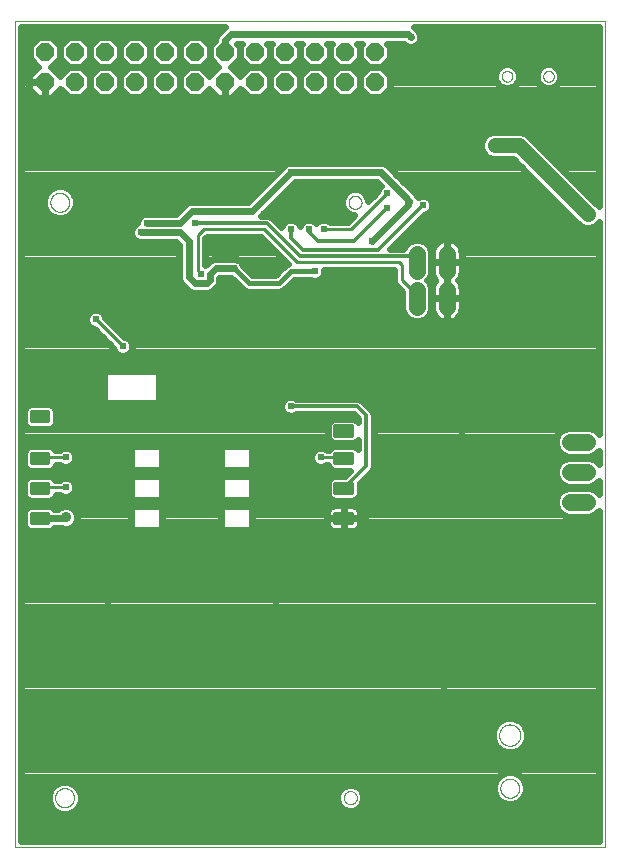
<source format=gtl>
G75*
%MOIN*%
%OFA0B0*%
%FSLAX25Y25*%
%IPPOS*%
%LPD*%
%AMOC8*
5,1,8,0,0,1.08239X$1,22.5*
%
%ADD10C,0.00000*%
%ADD11C,0.01299*%
%ADD12C,0.05600*%
%ADD13OC8,0.06000*%
%ADD14C,0.02362*%
%ADD15C,0.03600*%
%ADD16C,0.02381*%
%ADD17C,0.01200*%
%ADD18C,0.01000*%
%ADD19C,0.01600*%
%ADD20C,0.05000*%
D10*
X0002181Y0009243D02*
X0002181Y0284834D01*
X0199031Y0284834D01*
X0199031Y0009243D01*
X0002181Y0009243D01*
X0015613Y0025806D02*
X0015615Y0025918D01*
X0015621Y0026029D01*
X0015631Y0026141D01*
X0015645Y0026252D01*
X0015662Y0026362D01*
X0015684Y0026472D01*
X0015710Y0026581D01*
X0015739Y0026689D01*
X0015772Y0026795D01*
X0015809Y0026901D01*
X0015850Y0027005D01*
X0015895Y0027108D01*
X0015943Y0027209D01*
X0015994Y0027308D01*
X0016049Y0027405D01*
X0016108Y0027500D01*
X0016169Y0027594D01*
X0016234Y0027685D01*
X0016303Y0027773D01*
X0016374Y0027859D01*
X0016448Y0027943D01*
X0016526Y0028023D01*
X0016606Y0028101D01*
X0016689Y0028177D01*
X0016774Y0028249D01*
X0016862Y0028318D01*
X0016952Y0028384D01*
X0017045Y0028446D01*
X0017140Y0028506D01*
X0017237Y0028562D01*
X0017335Y0028614D01*
X0017436Y0028663D01*
X0017538Y0028708D01*
X0017642Y0028750D01*
X0017747Y0028788D01*
X0017854Y0028822D01*
X0017961Y0028852D01*
X0018070Y0028879D01*
X0018179Y0028901D01*
X0018290Y0028920D01*
X0018400Y0028935D01*
X0018512Y0028946D01*
X0018623Y0028953D01*
X0018735Y0028956D01*
X0018847Y0028955D01*
X0018959Y0028950D01*
X0019070Y0028941D01*
X0019181Y0028928D01*
X0019292Y0028911D01*
X0019402Y0028891D01*
X0019511Y0028866D01*
X0019619Y0028838D01*
X0019726Y0028805D01*
X0019832Y0028769D01*
X0019936Y0028729D01*
X0020039Y0028686D01*
X0020141Y0028639D01*
X0020240Y0028588D01*
X0020338Y0028534D01*
X0020434Y0028476D01*
X0020528Y0028415D01*
X0020619Y0028351D01*
X0020708Y0028284D01*
X0020795Y0028213D01*
X0020879Y0028139D01*
X0020961Y0028063D01*
X0021039Y0027983D01*
X0021115Y0027901D01*
X0021188Y0027816D01*
X0021258Y0027729D01*
X0021324Y0027639D01*
X0021388Y0027547D01*
X0021448Y0027453D01*
X0021505Y0027357D01*
X0021558Y0027258D01*
X0021608Y0027158D01*
X0021654Y0027057D01*
X0021697Y0026953D01*
X0021736Y0026848D01*
X0021771Y0026742D01*
X0021802Y0026635D01*
X0021830Y0026526D01*
X0021853Y0026417D01*
X0021873Y0026307D01*
X0021889Y0026196D01*
X0021901Y0026085D01*
X0021909Y0025974D01*
X0021913Y0025862D01*
X0021913Y0025750D01*
X0021909Y0025638D01*
X0021901Y0025527D01*
X0021889Y0025416D01*
X0021873Y0025305D01*
X0021853Y0025195D01*
X0021830Y0025086D01*
X0021802Y0024977D01*
X0021771Y0024870D01*
X0021736Y0024764D01*
X0021697Y0024659D01*
X0021654Y0024555D01*
X0021608Y0024454D01*
X0021558Y0024354D01*
X0021505Y0024255D01*
X0021448Y0024159D01*
X0021388Y0024065D01*
X0021324Y0023973D01*
X0021258Y0023883D01*
X0021188Y0023796D01*
X0021115Y0023711D01*
X0021039Y0023629D01*
X0020961Y0023549D01*
X0020879Y0023473D01*
X0020795Y0023399D01*
X0020708Y0023328D01*
X0020619Y0023261D01*
X0020528Y0023197D01*
X0020434Y0023136D01*
X0020338Y0023078D01*
X0020240Y0023024D01*
X0020141Y0022973D01*
X0020039Y0022926D01*
X0019936Y0022883D01*
X0019832Y0022843D01*
X0019726Y0022807D01*
X0019619Y0022774D01*
X0019511Y0022746D01*
X0019402Y0022721D01*
X0019292Y0022701D01*
X0019181Y0022684D01*
X0019070Y0022671D01*
X0018959Y0022662D01*
X0018847Y0022657D01*
X0018735Y0022656D01*
X0018623Y0022659D01*
X0018512Y0022666D01*
X0018400Y0022677D01*
X0018290Y0022692D01*
X0018179Y0022711D01*
X0018070Y0022733D01*
X0017961Y0022760D01*
X0017854Y0022790D01*
X0017747Y0022824D01*
X0017642Y0022862D01*
X0017538Y0022904D01*
X0017436Y0022949D01*
X0017335Y0022998D01*
X0017237Y0023050D01*
X0017140Y0023106D01*
X0017045Y0023166D01*
X0016952Y0023228D01*
X0016862Y0023294D01*
X0016774Y0023363D01*
X0016689Y0023435D01*
X0016606Y0023511D01*
X0016526Y0023589D01*
X0016448Y0023669D01*
X0016374Y0023753D01*
X0016303Y0023839D01*
X0016234Y0023927D01*
X0016169Y0024018D01*
X0016108Y0024112D01*
X0016049Y0024207D01*
X0015994Y0024304D01*
X0015943Y0024403D01*
X0015895Y0024504D01*
X0015850Y0024607D01*
X0015809Y0024711D01*
X0015772Y0024817D01*
X0015739Y0024923D01*
X0015710Y0025031D01*
X0015684Y0025140D01*
X0015662Y0025250D01*
X0015645Y0025360D01*
X0015631Y0025471D01*
X0015621Y0025583D01*
X0015615Y0025694D01*
X0015613Y0025806D01*
X0111874Y0025806D02*
X0111876Y0025899D01*
X0111882Y0025991D01*
X0111892Y0026083D01*
X0111906Y0026174D01*
X0111923Y0026265D01*
X0111945Y0026355D01*
X0111970Y0026444D01*
X0111999Y0026532D01*
X0112032Y0026618D01*
X0112069Y0026703D01*
X0112109Y0026787D01*
X0112153Y0026868D01*
X0112200Y0026948D01*
X0112250Y0027026D01*
X0112304Y0027101D01*
X0112361Y0027174D01*
X0112421Y0027244D01*
X0112484Y0027312D01*
X0112550Y0027377D01*
X0112618Y0027439D01*
X0112689Y0027499D01*
X0112763Y0027555D01*
X0112839Y0027608D01*
X0112917Y0027657D01*
X0112997Y0027704D01*
X0113079Y0027746D01*
X0113163Y0027786D01*
X0113248Y0027821D01*
X0113335Y0027853D01*
X0113423Y0027882D01*
X0113512Y0027906D01*
X0113602Y0027927D01*
X0113693Y0027943D01*
X0113785Y0027956D01*
X0113877Y0027965D01*
X0113970Y0027970D01*
X0114062Y0027971D01*
X0114155Y0027968D01*
X0114247Y0027961D01*
X0114339Y0027950D01*
X0114430Y0027935D01*
X0114521Y0027917D01*
X0114611Y0027894D01*
X0114699Y0027868D01*
X0114787Y0027838D01*
X0114873Y0027804D01*
X0114957Y0027767D01*
X0115040Y0027725D01*
X0115121Y0027681D01*
X0115201Y0027633D01*
X0115278Y0027582D01*
X0115352Y0027527D01*
X0115425Y0027469D01*
X0115495Y0027409D01*
X0115562Y0027345D01*
X0115626Y0027279D01*
X0115688Y0027209D01*
X0115746Y0027138D01*
X0115801Y0027064D01*
X0115853Y0026987D01*
X0115902Y0026908D01*
X0115948Y0026828D01*
X0115990Y0026745D01*
X0116028Y0026661D01*
X0116063Y0026575D01*
X0116094Y0026488D01*
X0116121Y0026400D01*
X0116144Y0026310D01*
X0116164Y0026220D01*
X0116180Y0026129D01*
X0116192Y0026037D01*
X0116200Y0025945D01*
X0116204Y0025852D01*
X0116204Y0025760D01*
X0116200Y0025667D01*
X0116192Y0025575D01*
X0116180Y0025483D01*
X0116164Y0025392D01*
X0116144Y0025302D01*
X0116121Y0025212D01*
X0116094Y0025124D01*
X0116063Y0025037D01*
X0116028Y0024951D01*
X0115990Y0024867D01*
X0115948Y0024784D01*
X0115902Y0024704D01*
X0115853Y0024625D01*
X0115801Y0024548D01*
X0115746Y0024474D01*
X0115688Y0024403D01*
X0115626Y0024333D01*
X0115562Y0024267D01*
X0115495Y0024203D01*
X0115425Y0024143D01*
X0115352Y0024085D01*
X0115278Y0024030D01*
X0115201Y0023979D01*
X0115122Y0023931D01*
X0115040Y0023887D01*
X0114957Y0023845D01*
X0114873Y0023808D01*
X0114787Y0023774D01*
X0114699Y0023744D01*
X0114611Y0023718D01*
X0114521Y0023695D01*
X0114430Y0023677D01*
X0114339Y0023662D01*
X0114247Y0023651D01*
X0114155Y0023644D01*
X0114062Y0023641D01*
X0113970Y0023642D01*
X0113877Y0023647D01*
X0113785Y0023656D01*
X0113693Y0023669D01*
X0113602Y0023685D01*
X0113512Y0023706D01*
X0113423Y0023730D01*
X0113335Y0023759D01*
X0113248Y0023791D01*
X0113163Y0023826D01*
X0113079Y0023866D01*
X0112997Y0023908D01*
X0112917Y0023955D01*
X0112839Y0024004D01*
X0112763Y0024057D01*
X0112689Y0024113D01*
X0112618Y0024173D01*
X0112550Y0024235D01*
X0112484Y0024300D01*
X0112421Y0024368D01*
X0112361Y0024438D01*
X0112304Y0024511D01*
X0112250Y0024586D01*
X0112200Y0024664D01*
X0112153Y0024744D01*
X0112109Y0024825D01*
X0112069Y0024909D01*
X0112032Y0024994D01*
X0111999Y0025080D01*
X0111970Y0025168D01*
X0111945Y0025257D01*
X0111923Y0025347D01*
X0111906Y0025438D01*
X0111892Y0025529D01*
X0111882Y0025621D01*
X0111876Y0025713D01*
X0111874Y0025806D01*
X0164031Y0028928D02*
X0164033Y0029040D01*
X0164039Y0029151D01*
X0164049Y0029263D01*
X0164063Y0029374D01*
X0164080Y0029484D01*
X0164102Y0029594D01*
X0164128Y0029703D01*
X0164157Y0029811D01*
X0164190Y0029917D01*
X0164227Y0030023D01*
X0164268Y0030127D01*
X0164313Y0030230D01*
X0164361Y0030331D01*
X0164412Y0030430D01*
X0164467Y0030527D01*
X0164526Y0030622D01*
X0164587Y0030716D01*
X0164652Y0030807D01*
X0164721Y0030895D01*
X0164792Y0030981D01*
X0164866Y0031065D01*
X0164944Y0031145D01*
X0165024Y0031223D01*
X0165107Y0031299D01*
X0165192Y0031371D01*
X0165280Y0031440D01*
X0165370Y0031506D01*
X0165463Y0031568D01*
X0165558Y0031628D01*
X0165655Y0031684D01*
X0165753Y0031736D01*
X0165854Y0031785D01*
X0165956Y0031830D01*
X0166060Y0031872D01*
X0166165Y0031910D01*
X0166272Y0031944D01*
X0166379Y0031974D01*
X0166488Y0032001D01*
X0166597Y0032023D01*
X0166708Y0032042D01*
X0166818Y0032057D01*
X0166930Y0032068D01*
X0167041Y0032075D01*
X0167153Y0032078D01*
X0167265Y0032077D01*
X0167377Y0032072D01*
X0167488Y0032063D01*
X0167599Y0032050D01*
X0167710Y0032033D01*
X0167820Y0032013D01*
X0167929Y0031988D01*
X0168037Y0031960D01*
X0168144Y0031927D01*
X0168250Y0031891D01*
X0168354Y0031851D01*
X0168457Y0031808D01*
X0168559Y0031761D01*
X0168658Y0031710D01*
X0168756Y0031656D01*
X0168852Y0031598D01*
X0168946Y0031537D01*
X0169037Y0031473D01*
X0169126Y0031406D01*
X0169213Y0031335D01*
X0169297Y0031261D01*
X0169379Y0031185D01*
X0169457Y0031105D01*
X0169533Y0031023D01*
X0169606Y0030938D01*
X0169676Y0030851D01*
X0169742Y0030761D01*
X0169806Y0030669D01*
X0169866Y0030575D01*
X0169923Y0030479D01*
X0169976Y0030380D01*
X0170026Y0030280D01*
X0170072Y0030179D01*
X0170115Y0030075D01*
X0170154Y0029970D01*
X0170189Y0029864D01*
X0170220Y0029757D01*
X0170248Y0029648D01*
X0170271Y0029539D01*
X0170291Y0029429D01*
X0170307Y0029318D01*
X0170319Y0029207D01*
X0170327Y0029096D01*
X0170331Y0028984D01*
X0170331Y0028872D01*
X0170327Y0028760D01*
X0170319Y0028649D01*
X0170307Y0028538D01*
X0170291Y0028427D01*
X0170271Y0028317D01*
X0170248Y0028208D01*
X0170220Y0028099D01*
X0170189Y0027992D01*
X0170154Y0027886D01*
X0170115Y0027781D01*
X0170072Y0027677D01*
X0170026Y0027576D01*
X0169976Y0027476D01*
X0169923Y0027377D01*
X0169866Y0027281D01*
X0169806Y0027187D01*
X0169742Y0027095D01*
X0169676Y0027005D01*
X0169606Y0026918D01*
X0169533Y0026833D01*
X0169457Y0026751D01*
X0169379Y0026671D01*
X0169297Y0026595D01*
X0169213Y0026521D01*
X0169126Y0026450D01*
X0169037Y0026383D01*
X0168946Y0026319D01*
X0168852Y0026258D01*
X0168756Y0026200D01*
X0168658Y0026146D01*
X0168559Y0026095D01*
X0168457Y0026048D01*
X0168354Y0026005D01*
X0168250Y0025965D01*
X0168144Y0025929D01*
X0168037Y0025896D01*
X0167929Y0025868D01*
X0167820Y0025843D01*
X0167710Y0025823D01*
X0167599Y0025806D01*
X0167488Y0025793D01*
X0167377Y0025784D01*
X0167265Y0025779D01*
X0167153Y0025778D01*
X0167041Y0025781D01*
X0166930Y0025788D01*
X0166818Y0025799D01*
X0166708Y0025814D01*
X0166597Y0025833D01*
X0166488Y0025855D01*
X0166379Y0025882D01*
X0166272Y0025912D01*
X0166165Y0025946D01*
X0166060Y0025984D01*
X0165956Y0026026D01*
X0165854Y0026071D01*
X0165753Y0026120D01*
X0165655Y0026172D01*
X0165558Y0026228D01*
X0165463Y0026288D01*
X0165370Y0026350D01*
X0165280Y0026416D01*
X0165192Y0026485D01*
X0165107Y0026557D01*
X0165024Y0026633D01*
X0164944Y0026711D01*
X0164866Y0026791D01*
X0164792Y0026875D01*
X0164721Y0026961D01*
X0164652Y0027049D01*
X0164587Y0027140D01*
X0164526Y0027234D01*
X0164467Y0027329D01*
X0164412Y0027426D01*
X0164361Y0027525D01*
X0164313Y0027626D01*
X0164268Y0027729D01*
X0164227Y0027833D01*
X0164190Y0027939D01*
X0164157Y0028045D01*
X0164128Y0028153D01*
X0164102Y0028262D01*
X0164080Y0028372D01*
X0164063Y0028482D01*
X0164049Y0028593D01*
X0164039Y0028705D01*
X0164033Y0028816D01*
X0164031Y0028928D01*
X0163638Y0046645D02*
X0163640Y0046763D01*
X0163646Y0046882D01*
X0163656Y0047000D01*
X0163670Y0047117D01*
X0163687Y0047234D01*
X0163709Y0047351D01*
X0163735Y0047466D01*
X0163764Y0047581D01*
X0163797Y0047695D01*
X0163834Y0047807D01*
X0163875Y0047918D01*
X0163919Y0048028D01*
X0163967Y0048136D01*
X0164019Y0048243D01*
X0164074Y0048348D01*
X0164133Y0048451D01*
X0164195Y0048551D01*
X0164260Y0048650D01*
X0164329Y0048747D01*
X0164400Y0048841D01*
X0164475Y0048932D01*
X0164553Y0049022D01*
X0164634Y0049108D01*
X0164718Y0049192D01*
X0164804Y0049273D01*
X0164894Y0049351D01*
X0164985Y0049426D01*
X0165079Y0049497D01*
X0165176Y0049566D01*
X0165275Y0049631D01*
X0165375Y0049693D01*
X0165478Y0049752D01*
X0165583Y0049807D01*
X0165690Y0049859D01*
X0165798Y0049907D01*
X0165908Y0049951D01*
X0166019Y0049992D01*
X0166131Y0050029D01*
X0166245Y0050062D01*
X0166360Y0050091D01*
X0166475Y0050117D01*
X0166592Y0050139D01*
X0166709Y0050156D01*
X0166826Y0050170D01*
X0166944Y0050180D01*
X0167063Y0050186D01*
X0167181Y0050188D01*
X0167299Y0050186D01*
X0167418Y0050180D01*
X0167536Y0050170D01*
X0167653Y0050156D01*
X0167770Y0050139D01*
X0167887Y0050117D01*
X0168002Y0050091D01*
X0168117Y0050062D01*
X0168231Y0050029D01*
X0168343Y0049992D01*
X0168454Y0049951D01*
X0168564Y0049907D01*
X0168672Y0049859D01*
X0168779Y0049807D01*
X0168884Y0049752D01*
X0168987Y0049693D01*
X0169087Y0049631D01*
X0169186Y0049566D01*
X0169283Y0049497D01*
X0169377Y0049426D01*
X0169468Y0049351D01*
X0169558Y0049273D01*
X0169644Y0049192D01*
X0169728Y0049108D01*
X0169809Y0049022D01*
X0169887Y0048932D01*
X0169962Y0048841D01*
X0170033Y0048747D01*
X0170102Y0048650D01*
X0170167Y0048551D01*
X0170229Y0048451D01*
X0170288Y0048348D01*
X0170343Y0048243D01*
X0170395Y0048136D01*
X0170443Y0048028D01*
X0170487Y0047918D01*
X0170528Y0047807D01*
X0170565Y0047695D01*
X0170598Y0047581D01*
X0170627Y0047466D01*
X0170653Y0047351D01*
X0170675Y0047234D01*
X0170692Y0047117D01*
X0170706Y0047000D01*
X0170716Y0046882D01*
X0170722Y0046763D01*
X0170724Y0046645D01*
X0170722Y0046527D01*
X0170716Y0046408D01*
X0170706Y0046290D01*
X0170692Y0046173D01*
X0170675Y0046056D01*
X0170653Y0045939D01*
X0170627Y0045824D01*
X0170598Y0045709D01*
X0170565Y0045595D01*
X0170528Y0045483D01*
X0170487Y0045372D01*
X0170443Y0045262D01*
X0170395Y0045154D01*
X0170343Y0045047D01*
X0170288Y0044942D01*
X0170229Y0044839D01*
X0170167Y0044739D01*
X0170102Y0044640D01*
X0170033Y0044543D01*
X0169962Y0044449D01*
X0169887Y0044358D01*
X0169809Y0044268D01*
X0169728Y0044182D01*
X0169644Y0044098D01*
X0169558Y0044017D01*
X0169468Y0043939D01*
X0169377Y0043864D01*
X0169283Y0043793D01*
X0169186Y0043724D01*
X0169087Y0043659D01*
X0168987Y0043597D01*
X0168884Y0043538D01*
X0168779Y0043483D01*
X0168672Y0043431D01*
X0168564Y0043383D01*
X0168454Y0043339D01*
X0168343Y0043298D01*
X0168231Y0043261D01*
X0168117Y0043228D01*
X0168002Y0043199D01*
X0167887Y0043173D01*
X0167770Y0043151D01*
X0167653Y0043134D01*
X0167536Y0043120D01*
X0167418Y0043110D01*
X0167299Y0043104D01*
X0167181Y0043102D01*
X0167063Y0043104D01*
X0166944Y0043110D01*
X0166826Y0043120D01*
X0166709Y0043134D01*
X0166592Y0043151D01*
X0166475Y0043173D01*
X0166360Y0043199D01*
X0166245Y0043228D01*
X0166131Y0043261D01*
X0166019Y0043298D01*
X0165908Y0043339D01*
X0165798Y0043383D01*
X0165690Y0043431D01*
X0165583Y0043483D01*
X0165478Y0043538D01*
X0165375Y0043597D01*
X0165275Y0043659D01*
X0165176Y0043724D01*
X0165079Y0043793D01*
X0164985Y0043864D01*
X0164894Y0043939D01*
X0164804Y0044017D01*
X0164718Y0044098D01*
X0164634Y0044182D01*
X0164553Y0044268D01*
X0164475Y0044358D01*
X0164400Y0044449D01*
X0164329Y0044543D01*
X0164260Y0044640D01*
X0164195Y0044739D01*
X0164133Y0044839D01*
X0164074Y0044942D01*
X0164019Y0045047D01*
X0163967Y0045154D01*
X0163919Y0045262D01*
X0163875Y0045372D01*
X0163834Y0045483D01*
X0163797Y0045595D01*
X0163764Y0045709D01*
X0163735Y0045824D01*
X0163709Y0045939D01*
X0163687Y0046056D01*
X0163670Y0046173D01*
X0163656Y0046290D01*
X0163646Y0046408D01*
X0163640Y0046527D01*
X0163638Y0046645D01*
X0113449Y0224243D02*
X0113451Y0224336D01*
X0113457Y0224428D01*
X0113467Y0224520D01*
X0113481Y0224611D01*
X0113498Y0224702D01*
X0113520Y0224792D01*
X0113545Y0224881D01*
X0113574Y0224969D01*
X0113607Y0225055D01*
X0113644Y0225140D01*
X0113684Y0225224D01*
X0113728Y0225305D01*
X0113775Y0225385D01*
X0113825Y0225463D01*
X0113879Y0225538D01*
X0113936Y0225611D01*
X0113996Y0225681D01*
X0114059Y0225749D01*
X0114125Y0225814D01*
X0114193Y0225876D01*
X0114264Y0225936D01*
X0114338Y0225992D01*
X0114414Y0226045D01*
X0114492Y0226094D01*
X0114572Y0226141D01*
X0114654Y0226183D01*
X0114738Y0226223D01*
X0114823Y0226258D01*
X0114910Y0226290D01*
X0114998Y0226319D01*
X0115087Y0226343D01*
X0115177Y0226364D01*
X0115268Y0226380D01*
X0115360Y0226393D01*
X0115452Y0226402D01*
X0115545Y0226407D01*
X0115637Y0226408D01*
X0115730Y0226405D01*
X0115822Y0226398D01*
X0115914Y0226387D01*
X0116005Y0226372D01*
X0116096Y0226354D01*
X0116186Y0226331D01*
X0116274Y0226305D01*
X0116362Y0226275D01*
X0116448Y0226241D01*
X0116532Y0226204D01*
X0116615Y0226162D01*
X0116696Y0226118D01*
X0116776Y0226070D01*
X0116853Y0226019D01*
X0116927Y0225964D01*
X0117000Y0225906D01*
X0117070Y0225846D01*
X0117137Y0225782D01*
X0117201Y0225716D01*
X0117263Y0225646D01*
X0117321Y0225575D01*
X0117376Y0225501D01*
X0117428Y0225424D01*
X0117477Y0225345D01*
X0117523Y0225265D01*
X0117565Y0225182D01*
X0117603Y0225098D01*
X0117638Y0225012D01*
X0117669Y0224925D01*
X0117696Y0224837D01*
X0117719Y0224747D01*
X0117739Y0224657D01*
X0117755Y0224566D01*
X0117767Y0224474D01*
X0117775Y0224382D01*
X0117779Y0224289D01*
X0117779Y0224197D01*
X0117775Y0224104D01*
X0117767Y0224012D01*
X0117755Y0223920D01*
X0117739Y0223829D01*
X0117719Y0223739D01*
X0117696Y0223649D01*
X0117669Y0223561D01*
X0117638Y0223474D01*
X0117603Y0223388D01*
X0117565Y0223304D01*
X0117523Y0223221D01*
X0117477Y0223141D01*
X0117428Y0223062D01*
X0117376Y0222985D01*
X0117321Y0222911D01*
X0117263Y0222840D01*
X0117201Y0222770D01*
X0117137Y0222704D01*
X0117070Y0222640D01*
X0117000Y0222580D01*
X0116927Y0222522D01*
X0116853Y0222467D01*
X0116776Y0222416D01*
X0116697Y0222368D01*
X0116615Y0222324D01*
X0116532Y0222282D01*
X0116448Y0222245D01*
X0116362Y0222211D01*
X0116274Y0222181D01*
X0116186Y0222155D01*
X0116096Y0222132D01*
X0116005Y0222114D01*
X0115914Y0222099D01*
X0115822Y0222088D01*
X0115730Y0222081D01*
X0115637Y0222078D01*
X0115545Y0222079D01*
X0115452Y0222084D01*
X0115360Y0222093D01*
X0115268Y0222106D01*
X0115177Y0222122D01*
X0115087Y0222143D01*
X0114998Y0222167D01*
X0114910Y0222196D01*
X0114823Y0222228D01*
X0114738Y0222263D01*
X0114654Y0222303D01*
X0114572Y0222345D01*
X0114492Y0222392D01*
X0114414Y0222441D01*
X0114338Y0222494D01*
X0114264Y0222550D01*
X0114193Y0222610D01*
X0114125Y0222672D01*
X0114059Y0222737D01*
X0113996Y0222805D01*
X0113936Y0222875D01*
X0113879Y0222948D01*
X0113825Y0223023D01*
X0113775Y0223101D01*
X0113728Y0223181D01*
X0113684Y0223262D01*
X0113644Y0223346D01*
X0113607Y0223431D01*
X0113574Y0223517D01*
X0113545Y0223605D01*
X0113520Y0223694D01*
X0113498Y0223784D01*
X0113481Y0223875D01*
X0113467Y0223966D01*
X0113457Y0224058D01*
X0113451Y0224150D01*
X0113449Y0224243D01*
X0164519Y0266243D02*
X0164521Y0266327D01*
X0164527Y0266410D01*
X0164537Y0266493D01*
X0164551Y0266576D01*
X0164568Y0266658D01*
X0164590Y0266739D01*
X0164615Y0266818D01*
X0164644Y0266897D01*
X0164677Y0266974D01*
X0164713Y0267049D01*
X0164753Y0267123D01*
X0164796Y0267195D01*
X0164843Y0267264D01*
X0164893Y0267331D01*
X0164946Y0267396D01*
X0165002Y0267458D01*
X0165060Y0267518D01*
X0165122Y0267575D01*
X0165186Y0267628D01*
X0165253Y0267679D01*
X0165322Y0267726D01*
X0165393Y0267771D01*
X0165466Y0267811D01*
X0165541Y0267848D01*
X0165618Y0267882D01*
X0165696Y0267912D01*
X0165775Y0267938D01*
X0165856Y0267961D01*
X0165938Y0267979D01*
X0166020Y0267994D01*
X0166103Y0268005D01*
X0166186Y0268012D01*
X0166270Y0268015D01*
X0166354Y0268014D01*
X0166437Y0268009D01*
X0166521Y0268000D01*
X0166603Y0267987D01*
X0166685Y0267971D01*
X0166766Y0267950D01*
X0166847Y0267926D01*
X0166925Y0267898D01*
X0167003Y0267866D01*
X0167079Y0267830D01*
X0167153Y0267791D01*
X0167225Y0267749D01*
X0167295Y0267703D01*
X0167363Y0267654D01*
X0167428Y0267602D01*
X0167491Y0267547D01*
X0167551Y0267489D01*
X0167609Y0267428D01*
X0167663Y0267364D01*
X0167715Y0267298D01*
X0167763Y0267230D01*
X0167808Y0267159D01*
X0167849Y0267086D01*
X0167888Y0267012D01*
X0167922Y0266936D01*
X0167953Y0266858D01*
X0167980Y0266779D01*
X0168004Y0266698D01*
X0168023Y0266617D01*
X0168039Y0266535D01*
X0168051Y0266452D01*
X0168059Y0266368D01*
X0168063Y0266285D01*
X0168063Y0266201D01*
X0168059Y0266118D01*
X0168051Y0266034D01*
X0168039Y0265951D01*
X0168023Y0265869D01*
X0168004Y0265788D01*
X0167980Y0265707D01*
X0167953Y0265628D01*
X0167922Y0265550D01*
X0167888Y0265474D01*
X0167849Y0265400D01*
X0167808Y0265327D01*
X0167763Y0265256D01*
X0167715Y0265188D01*
X0167663Y0265122D01*
X0167609Y0265058D01*
X0167551Y0264997D01*
X0167491Y0264939D01*
X0167428Y0264884D01*
X0167363Y0264832D01*
X0167295Y0264783D01*
X0167225Y0264737D01*
X0167153Y0264695D01*
X0167079Y0264656D01*
X0167003Y0264620D01*
X0166925Y0264588D01*
X0166847Y0264560D01*
X0166766Y0264536D01*
X0166685Y0264515D01*
X0166603Y0264499D01*
X0166521Y0264486D01*
X0166437Y0264477D01*
X0166354Y0264472D01*
X0166270Y0264471D01*
X0166186Y0264474D01*
X0166103Y0264481D01*
X0166020Y0264492D01*
X0165938Y0264507D01*
X0165856Y0264525D01*
X0165775Y0264548D01*
X0165696Y0264574D01*
X0165618Y0264604D01*
X0165541Y0264638D01*
X0165466Y0264675D01*
X0165393Y0264715D01*
X0165322Y0264760D01*
X0165253Y0264807D01*
X0165186Y0264858D01*
X0165122Y0264911D01*
X0165060Y0264968D01*
X0165002Y0265028D01*
X0164946Y0265090D01*
X0164893Y0265155D01*
X0164843Y0265222D01*
X0164796Y0265291D01*
X0164753Y0265363D01*
X0164713Y0265437D01*
X0164677Y0265512D01*
X0164644Y0265589D01*
X0164615Y0265668D01*
X0164590Y0265747D01*
X0164568Y0265828D01*
X0164551Y0265910D01*
X0164537Y0265993D01*
X0164527Y0266076D01*
X0164521Y0266159D01*
X0164519Y0266243D01*
X0178299Y0266243D02*
X0178301Y0266327D01*
X0178307Y0266410D01*
X0178317Y0266493D01*
X0178331Y0266576D01*
X0178348Y0266658D01*
X0178370Y0266739D01*
X0178395Y0266818D01*
X0178424Y0266897D01*
X0178457Y0266974D01*
X0178493Y0267049D01*
X0178533Y0267123D01*
X0178576Y0267195D01*
X0178623Y0267264D01*
X0178673Y0267331D01*
X0178726Y0267396D01*
X0178782Y0267458D01*
X0178840Y0267518D01*
X0178902Y0267575D01*
X0178966Y0267628D01*
X0179033Y0267679D01*
X0179102Y0267726D01*
X0179173Y0267771D01*
X0179246Y0267811D01*
X0179321Y0267848D01*
X0179398Y0267882D01*
X0179476Y0267912D01*
X0179555Y0267938D01*
X0179636Y0267961D01*
X0179718Y0267979D01*
X0179800Y0267994D01*
X0179883Y0268005D01*
X0179966Y0268012D01*
X0180050Y0268015D01*
X0180134Y0268014D01*
X0180217Y0268009D01*
X0180301Y0268000D01*
X0180383Y0267987D01*
X0180465Y0267971D01*
X0180546Y0267950D01*
X0180627Y0267926D01*
X0180705Y0267898D01*
X0180783Y0267866D01*
X0180859Y0267830D01*
X0180933Y0267791D01*
X0181005Y0267749D01*
X0181075Y0267703D01*
X0181143Y0267654D01*
X0181208Y0267602D01*
X0181271Y0267547D01*
X0181331Y0267489D01*
X0181389Y0267428D01*
X0181443Y0267364D01*
X0181495Y0267298D01*
X0181543Y0267230D01*
X0181588Y0267159D01*
X0181629Y0267086D01*
X0181668Y0267012D01*
X0181702Y0266936D01*
X0181733Y0266858D01*
X0181760Y0266779D01*
X0181784Y0266698D01*
X0181803Y0266617D01*
X0181819Y0266535D01*
X0181831Y0266452D01*
X0181839Y0266368D01*
X0181843Y0266285D01*
X0181843Y0266201D01*
X0181839Y0266118D01*
X0181831Y0266034D01*
X0181819Y0265951D01*
X0181803Y0265869D01*
X0181784Y0265788D01*
X0181760Y0265707D01*
X0181733Y0265628D01*
X0181702Y0265550D01*
X0181668Y0265474D01*
X0181629Y0265400D01*
X0181588Y0265327D01*
X0181543Y0265256D01*
X0181495Y0265188D01*
X0181443Y0265122D01*
X0181389Y0265058D01*
X0181331Y0264997D01*
X0181271Y0264939D01*
X0181208Y0264884D01*
X0181143Y0264832D01*
X0181075Y0264783D01*
X0181005Y0264737D01*
X0180933Y0264695D01*
X0180859Y0264656D01*
X0180783Y0264620D01*
X0180705Y0264588D01*
X0180627Y0264560D01*
X0180546Y0264536D01*
X0180465Y0264515D01*
X0180383Y0264499D01*
X0180301Y0264486D01*
X0180217Y0264477D01*
X0180134Y0264472D01*
X0180050Y0264471D01*
X0179966Y0264474D01*
X0179883Y0264481D01*
X0179800Y0264492D01*
X0179718Y0264507D01*
X0179636Y0264525D01*
X0179555Y0264548D01*
X0179476Y0264574D01*
X0179398Y0264604D01*
X0179321Y0264638D01*
X0179246Y0264675D01*
X0179173Y0264715D01*
X0179102Y0264760D01*
X0179033Y0264807D01*
X0178966Y0264858D01*
X0178902Y0264911D01*
X0178840Y0264968D01*
X0178782Y0265028D01*
X0178726Y0265090D01*
X0178673Y0265155D01*
X0178623Y0265222D01*
X0178576Y0265291D01*
X0178533Y0265363D01*
X0178493Y0265437D01*
X0178457Y0265512D01*
X0178424Y0265589D01*
X0178395Y0265668D01*
X0178370Y0265747D01*
X0178348Y0265828D01*
X0178331Y0265910D01*
X0178317Y0265993D01*
X0178307Y0266076D01*
X0178301Y0266159D01*
X0178299Y0266243D01*
X0014038Y0224243D02*
X0014040Y0224355D01*
X0014046Y0224466D01*
X0014056Y0224578D01*
X0014070Y0224689D01*
X0014087Y0224799D01*
X0014109Y0224909D01*
X0014135Y0225018D01*
X0014164Y0225126D01*
X0014197Y0225232D01*
X0014234Y0225338D01*
X0014275Y0225442D01*
X0014320Y0225545D01*
X0014368Y0225646D01*
X0014419Y0225745D01*
X0014474Y0225842D01*
X0014533Y0225937D01*
X0014594Y0226031D01*
X0014659Y0226122D01*
X0014728Y0226210D01*
X0014799Y0226296D01*
X0014873Y0226380D01*
X0014951Y0226460D01*
X0015031Y0226538D01*
X0015114Y0226614D01*
X0015199Y0226686D01*
X0015287Y0226755D01*
X0015377Y0226821D01*
X0015470Y0226883D01*
X0015565Y0226943D01*
X0015662Y0226999D01*
X0015760Y0227051D01*
X0015861Y0227100D01*
X0015963Y0227145D01*
X0016067Y0227187D01*
X0016172Y0227225D01*
X0016279Y0227259D01*
X0016386Y0227289D01*
X0016495Y0227316D01*
X0016604Y0227338D01*
X0016715Y0227357D01*
X0016825Y0227372D01*
X0016937Y0227383D01*
X0017048Y0227390D01*
X0017160Y0227393D01*
X0017272Y0227392D01*
X0017384Y0227387D01*
X0017495Y0227378D01*
X0017606Y0227365D01*
X0017717Y0227348D01*
X0017827Y0227328D01*
X0017936Y0227303D01*
X0018044Y0227275D01*
X0018151Y0227242D01*
X0018257Y0227206D01*
X0018361Y0227166D01*
X0018464Y0227123D01*
X0018566Y0227076D01*
X0018665Y0227025D01*
X0018763Y0226971D01*
X0018859Y0226913D01*
X0018953Y0226852D01*
X0019044Y0226788D01*
X0019133Y0226721D01*
X0019220Y0226650D01*
X0019304Y0226576D01*
X0019386Y0226500D01*
X0019464Y0226420D01*
X0019540Y0226338D01*
X0019613Y0226253D01*
X0019683Y0226166D01*
X0019749Y0226076D01*
X0019813Y0225984D01*
X0019873Y0225890D01*
X0019930Y0225794D01*
X0019983Y0225695D01*
X0020033Y0225595D01*
X0020079Y0225494D01*
X0020122Y0225390D01*
X0020161Y0225285D01*
X0020196Y0225179D01*
X0020227Y0225072D01*
X0020255Y0224963D01*
X0020278Y0224854D01*
X0020298Y0224744D01*
X0020314Y0224633D01*
X0020326Y0224522D01*
X0020334Y0224411D01*
X0020338Y0224299D01*
X0020338Y0224187D01*
X0020334Y0224075D01*
X0020326Y0223964D01*
X0020314Y0223853D01*
X0020298Y0223742D01*
X0020278Y0223632D01*
X0020255Y0223523D01*
X0020227Y0223414D01*
X0020196Y0223307D01*
X0020161Y0223201D01*
X0020122Y0223096D01*
X0020079Y0222992D01*
X0020033Y0222891D01*
X0019983Y0222791D01*
X0019930Y0222692D01*
X0019873Y0222596D01*
X0019813Y0222502D01*
X0019749Y0222410D01*
X0019683Y0222320D01*
X0019613Y0222233D01*
X0019540Y0222148D01*
X0019464Y0222066D01*
X0019386Y0221986D01*
X0019304Y0221910D01*
X0019220Y0221836D01*
X0019133Y0221765D01*
X0019044Y0221698D01*
X0018953Y0221634D01*
X0018859Y0221573D01*
X0018763Y0221515D01*
X0018665Y0221461D01*
X0018566Y0221410D01*
X0018464Y0221363D01*
X0018361Y0221320D01*
X0018257Y0221280D01*
X0018151Y0221244D01*
X0018044Y0221211D01*
X0017936Y0221183D01*
X0017827Y0221158D01*
X0017717Y0221138D01*
X0017606Y0221121D01*
X0017495Y0221108D01*
X0017384Y0221099D01*
X0017272Y0221094D01*
X0017160Y0221093D01*
X0017048Y0221096D01*
X0016937Y0221103D01*
X0016825Y0221114D01*
X0016715Y0221129D01*
X0016604Y0221148D01*
X0016495Y0221170D01*
X0016386Y0221197D01*
X0016279Y0221227D01*
X0016172Y0221261D01*
X0016067Y0221299D01*
X0015963Y0221341D01*
X0015861Y0221386D01*
X0015760Y0221435D01*
X0015662Y0221487D01*
X0015565Y0221543D01*
X0015470Y0221603D01*
X0015377Y0221665D01*
X0015287Y0221731D01*
X0015199Y0221800D01*
X0015114Y0221872D01*
X0015031Y0221948D01*
X0014951Y0222026D01*
X0014873Y0222106D01*
X0014799Y0222190D01*
X0014728Y0222276D01*
X0014659Y0222364D01*
X0014594Y0222455D01*
X0014533Y0222549D01*
X0014474Y0222644D01*
X0014419Y0222741D01*
X0014368Y0222840D01*
X0014320Y0222941D01*
X0014275Y0223044D01*
X0014234Y0223148D01*
X0014197Y0223254D01*
X0014164Y0223360D01*
X0014135Y0223468D01*
X0014109Y0223577D01*
X0014087Y0223687D01*
X0014070Y0223797D01*
X0014056Y0223908D01*
X0014046Y0224020D01*
X0014040Y0224131D01*
X0014038Y0224243D01*
D11*
X0013288Y0154263D02*
X0007894Y0154263D01*
X0013288Y0154263D02*
X0013288Y0151231D01*
X0007894Y0151231D01*
X0007894Y0154263D01*
X0007894Y0152529D02*
X0013288Y0152529D01*
X0013288Y0153827D02*
X0007894Y0153827D01*
X0007894Y0140405D02*
X0013288Y0140405D01*
X0013288Y0137373D01*
X0007894Y0137373D01*
X0007894Y0140405D01*
X0007894Y0138671D02*
X0013288Y0138671D01*
X0013288Y0139969D02*
X0007894Y0139969D01*
X0007894Y0130405D02*
X0013288Y0130405D01*
X0013288Y0127373D01*
X0007894Y0127373D01*
X0007894Y0130405D01*
X0007894Y0128671D02*
X0013288Y0128671D01*
X0013288Y0129969D02*
X0007894Y0129969D01*
X0007894Y0120405D02*
X0013288Y0120405D01*
X0013288Y0117373D01*
X0007894Y0117373D01*
X0007894Y0120405D01*
X0007894Y0118671D02*
X0013288Y0118671D01*
X0013288Y0119969D02*
X0007894Y0119969D01*
X0109075Y0120405D02*
X0114469Y0120405D01*
X0114469Y0117373D01*
X0109075Y0117373D01*
X0109075Y0120405D01*
X0109075Y0118671D02*
X0114469Y0118671D01*
X0114469Y0119969D02*
X0109075Y0119969D01*
X0109075Y0130405D02*
X0114469Y0130405D01*
X0114469Y0127373D01*
X0109075Y0127373D01*
X0109075Y0130405D01*
X0109075Y0128671D02*
X0114469Y0128671D01*
X0114469Y0129969D02*
X0109075Y0129969D01*
X0109075Y0140405D02*
X0114469Y0140405D01*
X0114469Y0137373D01*
X0109075Y0137373D01*
X0109075Y0140405D01*
X0109075Y0138671D02*
X0114469Y0138671D01*
X0114469Y0139969D02*
X0109075Y0139969D01*
X0109075Y0149539D02*
X0114469Y0149539D01*
X0114469Y0146507D01*
X0109075Y0146507D01*
X0109075Y0149539D01*
X0109075Y0147805D02*
X0114469Y0147805D01*
X0114469Y0149103D02*
X0109075Y0149103D01*
D12*
X0136181Y0189443D02*
X0136181Y0195043D01*
X0136181Y0201443D02*
X0136181Y0207043D01*
X0146181Y0207043D02*
X0146181Y0201443D01*
X0146181Y0195043D02*
X0146181Y0189443D01*
X0187381Y0144243D02*
X0192981Y0144243D01*
X0192981Y0134243D02*
X0187381Y0134243D01*
X0187381Y0124243D02*
X0192981Y0124243D01*
D13*
X0122181Y0264243D03*
X0122181Y0274243D03*
X0112181Y0274243D03*
X0112181Y0264243D03*
X0102181Y0264243D03*
X0102181Y0274243D03*
X0092181Y0274243D03*
X0092181Y0264243D03*
X0082181Y0264243D03*
X0082181Y0274243D03*
X0072181Y0274243D03*
X0072181Y0264243D03*
X0062181Y0264243D03*
X0062181Y0274243D03*
X0052181Y0274243D03*
X0052181Y0264243D03*
X0042181Y0264243D03*
X0042181Y0274243D03*
X0032181Y0274243D03*
X0032181Y0264243D03*
X0022181Y0264243D03*
X0022181Y0274243D03*
X0012181Y0274243D03*
X0012181Y0264243D03*
D14*
X0007000Y0264243D01*
X0007000Y0262097D01*
X0010035Y0259062D01*
X0012181Y0259062D01*
X0012181Y0264243D01*
X0012181Y0264243D01*
X0007000Y0264243D01*
X0007000Y0266389D01*
X0009995Y0269384D01*
X0007200Y0272180D01*
X0007200Y0276306D01*
X0010118Y0279224D01*
X0014244Y0279224D01*
X0017162Y0276306D01*
X0017162Y0272180D01*
X0014367Y0269384D01*
X0017323Y0266429D01*
X0020118Y0269224D01*
X0024244Y0269224D01*
X0027162Y0266306D01*
X0027162Y0262180D01*
X0024244Y0259262D01*
X0020118Y0259262D01*
X0017323Y0262057D01*
X0014327Y0259062D01*
X0012181Y0259062D01*
X0012181Y0264243D01*
X0012181Y0264243D01*
X0012181Y0264200D02*
X0012181Y0264200D01*
X0012181Y0261840D02*
X0012181Y0261840D01*
X0012181Y0259479D02*
X0012181Y0259479D01*
X0009618Y0259479D02*
X0004362Y0259479D01*
X0004362Y0261840D02*
X0007257Y0261840D01*
X0007000Y0264200D02*
X0004362Y0264200D01*
X0004362Y0266561D02*
X0007172Y0266561D01*
X0009533Y0268922D02*
X0004362Y0268922D01*
X0004362Y0271283D02*
X0008097Y0271283D01*
X0007200Y0273643D02*
X0004362Y0273643D01*
X0004362Y0276004D02*
X0007200Y0276004D01*
X0009258Y0278365D02*
X0004362Y0278365D01*
X0004362Y0280725D02*
X0070191Y0280725D01*
X0069500Y0280034D02*
X0069019Y0278872D01*
X0069019Y0278125D01*
X0067200Y0276306D01*
X0067200Y0272180D01*
X0069995Y0269384D01*
X0067040Y0266429D01*
X0064244Y0269224D01*
X0060118Y0269224D01*
X0057200Y0266306D01*
X0057200Y0262180D01*
X0060118Y0259262D01*
X0064244Y0259262D01*
X0067040Y0262057D01*
X0070035Y0259062D01*
X0072181Y0259062D01*
X0072181Y0264243D01*
X0072181Y0264243D01*
X0072181Y0259062D01*
X0074327Y0259062D01*
X0077323Y0262057D01*
X0080118Y0259262D01*
X0084244Y0259262D01*
X0087162Y0262180D01*
X0087162Y0266306D01*
X0084244Y0269224D01*
X0080118Y0269224D01*
X0077323Y0266429D01*
X0074367Y0269384D01*
X0077162Y0272180D01*
X0077162Y0276306D01*
X0076388Y0277081D01*
X0077975Y0277081D01*
X0077200Y0276306D01*
X0077200Y0272180D01*
X0080118Y0269262D01*
X0084244Y0269262D01*
X0087162Y0272180D01*
X0087162Y0276306D01*
X0086388Y0277081D01*
X0087975Y0277081D01*
X0087200Y0276306D01*
X0087200Y0272180D01*
X0090118Y0269262D01*
X0094244Y0269262D01*
X0097162Y0272180D01*
X0097162Y0276306D01*
X0096388Y0277081D01*
X0097975Y0277081D01*
X0097200Y0276306D01*
X0097200Y0272180D01*
X0100118Y0269262D01*
X0104244Y0269262D01*
X0107162Y0272180D01*
X0107162Y0276306D01*
X0106388Y0277081D01*
X0107975Y0277081D01*
X0107200Y0276306D01*
X0107200Y0272180D01*
X0110118Y0269262D01*
X0114244Y0269262D01*
X0117162Y0272180D01*
X0117162Y0276306D01*
X0116388Y0277081D01*
X0117975Y0277081D01*
X0117200Y0276306D01*
X0117200Y0272180D01*
X0120118Y0269262D01*
X0124244Y0269262D01*
X0127162Y0272180D01*
X0127162Y0276306D01*
X0126388Y0277081D01*
X0131858Y0277081D01*
X0132384Y0276554D01*
X0133550Y0276071D01*
X0134812Y0276071D01*
X0135978Y0276554D01*
X0136870Y0277446D01*
X0137353Y0278612D01*
X0137353Y0279874D01*
X0136870Y0281040D01*
X0135978Y0281932D01*
X0135955Y0281941D01*
X0135244Y0282652D01*
X0196850Y0282652D01*
X0196850Y0222911D01*
X0173980Y0245781D01*
X0172719Y0247042D01*
X0171072Y0247724D01*
X0161290Y0247724D01*
X0159643Y0247042D01*
X0158382Y0245781D01*
X0157700Y0244134D01*
X0157700Y0242352D01*
X0158382Y0240705D01*
X0159643Y0239444D01*
X0161290Y0238762D01*
X0168325Y0238762D01*
X0190643Y0216444D01*
X0192290Y0215762D01*
X0194072Y0215762D01*
X0195719Y0216444D01*
X0196850Y0217575D01*
X0196850Y0147135D01*
X0195689Y0148296D01*
X0193932Y0149024D01*
X0186430Y0149024D01*
X0184673Y0148296D01*
X0183328Y0146951D01*
X0182600Y0145194D01*
X0182600Y0143292D01*
X0183328Y0141535D01*
X0184673Y0140190D01*
X0186430Y0139462D01*
X0193932Y0139462D01*
X0195689Y0140190D01*
X0196850Y0141351D01*
X0196850Y0137135D01*
X0195689Y0138296D01*
X0193932Y0139024D01*
X0186430Y0139024D01*
X0184673Y0138296D01*
X0183328Y0136951D01*
X0182600Y0135194D01*
X0182600Y0133292D01*
X0183328Y0131535D01*
X0184673Y0130190D01*
X0186430Y0129462D01*
X0193932Y0129462D01*
X0195689Y0130190D01*
X0196850Y0131351D01*
X0196850Y0127135D01*
X0195689Y0128296D01*
X0193932Y0129024D01*
X0186430Y0129024D01*
X0184673Y0128296D01*
X0183328Y0126951D01*
X0182600Y0125194D01*
X0182600Y0123292D01*
X0183328Y0121535D01*
X0184673Y0120190D01*
X0186430Y0119462D01*
X0193932Y0119462D01*
X0195689Y0120190D01*
X0196850Y0121351D01*
X0196850Y0011424D01*
X0004362Y0011424D01*
X0004362Y0282652D01*
X0072119Y0282652D01*
X0071500Y0282034D01*
X0069500Y0280034D01*
X0069019Y0278365D02*
X0065104Y0278365D01*
X0064244Y0279224D02*
X0060118Y0279224D01*
X0057200Y0276306D01*
X0057200Y0272180D01*
X0060118Y0269262D01*
X0064244Y0269262D01*
X0067162Y0272180D01*
X0067162Y0276306D01*
X0064244Y0279224D01*
X0067162Y0276004D02*
X0067200Y0276004D01*
X0067162Y0273643D02*
X0067200Y0273643D01*
X0068097Y0271283D02*
X0066265Y0271283D01*
X0064547Y0268922D02*
X0069533Y0268922D01*
X0072181Y0264200D02*
X0072181Y0264200D01*
X0072181Y0261840D02*
X0072181Y0261840D01*
X0072181Y0259479D02*
X0072181Y0259479D01*
X0069618Y0259479D02*
X0064461Y0259479D01*
X0066822Y0261840D02*
X0067257Y0261840D01*
X0067172Y0266561D02*
X0066907Y0266561D01*
X0059816Y0268922D02*
X0054547Y0268922D01*
X0054244Y0269224D02*
X0050118Y0269224D01*
X0047200Y0266306D01*
X0047200Y0262180D01*
X0050118Y0259262D01*
X0054244Y0259262D01*
X0057162Y0262180D01*
X0057162Y0266306D01*
X0054244Y0269224D01*
X0054244Y0269262D02*
X0057162Y0272180D01*
X0057162Y0276306D01*
X0054244Y0279224D01*
X0050118Y0279224D01*
X0047200Y0276306D01*
X0047200Y0272180D01*
X0050118Y0269262D01*
X0054244Y0269262D01*
X0056265Y0271283D02*
X0058097Y0271283D01*
X0057200Y0273643D02*
X0057162Y0273643D01*
X0057162Y0276004D02*
X0057200Y0276004D01*
X0059258Y0278365D02*
X0055104Y0278365D01*
X0049258Y0278365D02*
X0045104Y0278365D01*
X0044244Y0279224D02*
X0047162Y0276306D01*
X0047162Y0272180D01*
X0044244Y0269262D01*
X0040118Y0269262D01*
X0037200Y0272180D01*
X0037200Y0276306D01*
X0040118Y0279224D01*
X0044244Y0279224D01*
X0047162Y0276004D02*
X0047200Y0276004D01*
X0047162Y0273643D02*
X0047200Y0273643D01*
X0048097Y0271283D02*
X0046265Y0271283D01*
X0044244Y0269224D02*
X0047162Y0266306D01*
X0047162Y0262180D01*
X0044244Y0259262D01*
X0040118Y0259262D01*
X0037200Y0262180D01*
X0037200Y0266306D01*
X0040118Y0269224D01*
X0044244Y0269224D01*
X0044547Y0268922D02*
X0049816Y0268922D01*
X0047455Y0266561D02*
X0046907Y0266561D01*
X0047162Y0264200D02*
X0047200Y0264200D01*
X0047540Y0261840D02*
X0046822Y0261840D01*
X0044461Y0259479D02*
X0049901Y0259479D01*
X0054461Y0259479D02*
X0059901Y0259479D01*
X0057540Y0261840D02*
X0056822Y0261840D01*
X0057162Y0264200D02*
X0057200Y0264200D01*
X0057455Y0266561D02*
X0056907Y0266561D01*
X0072181Y0274243D02*
X0072181Y0278243D01*
X0074181Y0280243D01*
X0133181Y0280243D01*
X0134181Y0279243D01*
X0137000Y0280725D02*
X0196850Y0280725D01*
X0196850Y0278365D02*
X0137250Y0278365D01*
X0127162Y0276004D02*
X0196850Y0276004D01*
X0196850Y0273643D02*
X0127162Y0273643D01*
X0126265Y0271283D02*
X0196850Y0271283D01*
X0196850Y0268922D02*
X0182982Y0268922D01*
X0183422Y0268482D02*
X0182310Y0269594D01*
X0180857Y0270196D01*
X0179285Y0270196D01*
X0177832Y0269594D01*
X0176720Y0268482D01*
X0176118Y0267029D01*
X0176118Y0265457D01*
X0176720Y0264004D01*
X0177832Y0262892D01*
X0179285Y0262290D01*
X0180857Y0262290D01*
X0182310Y0262892D01*
X0183422Y0264004D01*
X0184024Y0265457D01*
X0184024Y0267029D01*
X0183422Y0268482D01*
X0184024Y0266561D02*
X0196850Y0266561D01*
X0196850Y0264200D02*
X0183503Y0264200D01*
X0176639Y0264200D02*
X0169724Y0264200D01*
X0169642Y0264004D02*
X0170244Y0265457D01*
X0170244Y0267029D01*
X0169642Y0268482D01*
X0168530Y0269594D01*
X0167078Y0270196D01*
X0165505Y0270196D01*
X0164052Y0269594D01*
X0162940Y0268482D01*
X0162339Y0267029D01*
X0162339Y0265457D01*
X0162940Y0264004D01*
X0164052Y0262892D01*
X0165505Y0262290D01*
X0167078Y0262290D01*
X0168530Y0262892D01*
X0169642Y0264004D01*
X0170244Y0266561D02*
X0176118Y0266561D01*
X0177160Y0268922D02*
X0169203Y0268922D01*
X0163380Y0268922D02*
X0124547Y0268922D01*
X0124244Y0269224D02*
X0120118Y0269224D01*
X0117200Y0266306D01*
X0117200Y0262180D01*
X0120118Y0259262D01*
X0124244Y0259262D01*
X0127162Y0262180D01*
X0127162Y0266306D01*
X0124244Y0269224D01*
X0126907Y0266561D02*
X0162339Y0266561D01*
X0162859Y0264200D02*
X0127162Y0264200D01*
X0126822Y0261840D02*
X0196850Y0261840D01*
X0196850Y0259479D02*
X0124461Y0259479D01*
X0119901Y0259479D02*
X0114461Y0259479D01*
X0114244Y0259262D02*
X0117162Y0262180D01*
X0117162Y0266306D01*
X0114244Y0269224D01*
X0110118Y0269224D01*
X0107200Y0266306D01*
X0107200Y0262180D01*
X0110118Y0259262D01*
X0114244Y0259262D01*
X0116822Y0261840D02*
X0117540Y0261840D01*
X0117200Y0264200D02*
X0117162Y0264200D01*
X0116907Y0266561D02*
X0117455Y0266561D01*
X0119816Y0268922D02*
X0114547Y0268922D01*
X0116265Y0271283D02*
X0118097Y0271283D01*
X0117200Y0273643D02*
X0117162Y0273643D01*
X0117162Y0276004D02*
X0117200Y0276004D01*
X0109816Y0268922D02*
X0104547Y0268922D01*
X0104244Y0269224D02*
X0100118Y0269224D01*
X0097200Y0266306D01*
X0097200Y0262180D01*
X0100118Y0259262D01*
X0104244Y0259262D01*
X0107162Y0262180D01*
X0107162Y0266306D01*
X0104244Y0269224D01*
X0106265Y0271283D02*
X0108097Y0271283D01*
X0107200Y0273643D02*
X0107162Y0273643D01*
X0107162Y0276004D02*
X0107200Y0276004D01*
X0107455Y0266561D02*
X0106907Y0266561D01*
X0107162Y0264200D02*
X0107200Y0264200D01*
X0107540Y0261840D02*
X0106822Y0261840D01*
X0104461Y0259479D02*
X0109901Y0259479D01*
X0099901Y0259479D02*
X0094461Y0259479D01*
X0094244Y0259262D02*
X0097162Y0262180D01*
X0097162Y0266306D01*
X0094244Y0269224D01*
X0090118Y0269224D01*
X0087200Y0266306D01*
X0087200Y0262180D01*
X0090118Y0259262D01*
X0094244Y0259262D01*
X0096822Y0261840D02*
X0097540Y0261840D01*
X0097200Y0264200D02*
X0097162Y0264200D01*
X0096907Y0266561D02*
X0097455Y0266561D01*
X0099816Y0268922D02*
X0094547Y0268922D01*
X0096265Y0271283D02*
X0098097Y0271283D01*
X0097200Y0273643D02*
X0097162Y0273643D01*
X0097162Y0276004D02*
X0097200Y0276004D01*
X0089816Y0268922D02*
X0084547Y0268922D01*
X0086265Y0271283D02*
X0088097Y0271283D01*
X0087200Y0273643D02*
X0087162Y0273643D01*
X0087162Y0276004D02*
X0087200Y0276004D01*
X0087455Y0266561D02*
X0086907Y0266561D01*
X0087162Y0264200D02*
X0087200Y0264200D01*
X0087540Y0261840D02*
X0086822Y0261840D01*
X0084461Y0259479D02*
X0089901Y0259479D01*
X0079901Y0259479D02*
X0074744Y0259479D01*
X0077105Y0261840D02*
X0077540Y0261840D01*
X0077455Y0266561D02*
X0077190Y0266561D01*
X0074829Y0268922D02*
X0079816Y0268922D01*
X0078097Y0271283D02*
X0076265Y0271283D01*
X0077162Y0273643D02*
X0077200Y0273643D01*
X0077162Y0276004D02*
X0077200Y0276004D01*
X0093550Y0237415D02*
X0092384Y0236932D01*
X0091492Y0236040D01*
X0091483Y0236017D01*
X0079871Y0224405D01*
X0060552Y0224405D01*
X0059390Y0223924D01*
X0058500Y0223034D01*
X0055871Y0220405D01*
X0046835Y0220405D01*
X0046812Y0220415D01*
X0045550Y0220415D01*
X0044384Y0219932D01*
X0043492Y0219040D01*
X0043009Y0217874D01*
X0043009Y0217191D01*
X0042384Y0216932D01*
X0041492Y0216040D01*
X0041009Y0214874D01*
X0041009Y0213612D01*
X0041492Y0212446D01*
X0042384Y0211554D01*
X0043550Y0211071D01*
X0044812Y0211071D01*
X0044835Y0211081D01*
X0055871Y0211081D01*
X0057019Y0209933D01*
X0057019Y0198614D01*
X0057500Y0197452D01*
X0059500Y0195452D01*
X0060390Y0194562D01*
X0061552Y0194081D01*
X0066810Y0194081D01*
X0067972Y0194562D01*
X0068972Y0195562D01*
X0069862Y0196452D01*
X0070343Y0197614D01*
X0070343Y0198933D01*
X0070491Y0199081D01*
X0074410Y0199081D01*
X0078606Y0194885D01*
X0079628Y0194462D01*
X0090734Y0194462D01*
X0091756Y0194885D01*
X0092539Y0195668D01*
X0095333Y0198462D01*
X0100607Y0198462D01*
X0101550Y0198071D01*
X0102812Y0198071D01*
X0103978Y0198554D01*
X0104870Y0199446D01*
X0105353Y0200612D01*
X0105353Y0201762D01*
X0128700Y0201762D01*
X0128700Y0197750D01*
X0129078Y0196838D01*
X0129776Y0196140D01*
X0131400Y0194515D01*
X0131400Y0188492D01*
X0132128Y0186735D01*
X0133473Y0185390D01*
X0135230Y0184662D01*
X0137132Y0184662D01*
X0138889Y0185390D01*
X0140234Y0186735D01*
X0140962Y0188492D01*
X0140962Y0195994D01*
X0140234Y0197751D01*
X0139743Y0198243D01*
X0140234Y0198735D01*
X0140962Y0200492D01*
X0140962Y0207994D01*
X0140234Y0209751D01*
X0138889Y0211096D01*
X0137132Y0211824D01*
X0135230Y0211824D01*
X0133473Y0211096D01*
X0132128Y0209751D01*
X0131744Y0208824D01*
X0127412Y0208824D01*
X0138660Y0220071D01*
X0138812Y0220071D01*
X0139978Y0220554D01*
X0140870Y0221446D01*
X0141353Y0222612D01*
X0141353Y0223874D01*
X0140870Y0225040D01*
X0139978Y0225932D01*
X0138812Y0226415D01*
X0137550Y0226415D01*
X0136581Y0226013D01*
X0136560Y0226057D01*
X0136362Y0226534D01*
X0136280Y0226616D01*
X0136228Y0226720D01*
X0135838Y0227058D01*
X0125972Y0236924D01*
X0124810Y0237405D01*
X0094835Y0237405D01*
X0094812Y0237415D01*
X0093550Y0237415D01*
X0091338Y0235872D02*
X0004362Y0235872D01*
X0004362Y0238232D02*
X0168854Y0238232D01*
X0171215Y0235872D02*
X0127024Y0235872D01*
X0129385Y0233511D02*
X0173576Y0233511D01*
X0175937Y0231150D02*
X0131746Y0231150D01*
X0134107Y0228790D02*
X0178297Y0228790D01*
X0180658Y0226429D02*
X0136406Y0226429D01*
X0133681Y0224743D02*
X0133181Y0223243D01*
X0121181Y0211243D01*
X0113153Y0217724D02*
X0115326Y0219897D01*
X0114749Y0219897D01*
X0113152Y0220558D01*
X0111929Y0221781D01*
X0111267Y0223378D01*
X0111267Y0225108D01*
X0111929Y0226705D01*
X0113152Y0227928D01*
X0114749Y0228589D01*
X0116478Y0228589D01*
X0118076Y0227928D01*
X0119298Y0226705D01*
X0119960Y0225108D01*
X0119960Y0224531D01*
X0123009Y0227580D01*
X0123009Y0227874D01*
X0123492Y0229040D01*
X0124202Y0229750D01*
X0122871Y0231081D01*
X0095491Y0231081D01*
X0084234Y0219824D01*
X0086695Y0219824D01*
X0087643Y0219431D01*
X0091065Y0216009D01*
X0091492Y0217040D01*
X0092384Y0217932D01*
X0093550Y0218415D01*
X0094812Y0218415D01*
X0095978Y0217932D01*
X0096870Y0217040D01*
X0097181Y0216288D01*
X0097492Y0217040D01*
X0098384Y0217932D01*
X0099550Y0218415D01*
X0100812Y0218415D01*
X0101978Y0217932D01*
X0102681Y0217228D01*
X0103384Y0217932D01*
X0104550Y0218415D01*
X0105812Y0218415D01*
X0106978Y0217932D01*
X0107185Y0217724D01*
X0113153Y0217724D01*
X0114776Y0219347D02*
X0087728Y0219347D01*
X0086118Y0221707D02*
X0112002Y0221707D01*
X0111267Y0224068D02*
X0088478Y0224068D01*
X0090839Y0226429D02*
X0111815Y0226429D01*
X0119413Y0226429D02*
X0121858Y0226429D01*
X0123389Y0228790D02*
X0093200Y0228790D01*
X0094181Y0234243D02*
X0081181Y0221243D01*
X0061181Y0221243D01*
X0057181Y0217243D01*
X0046181Y0217243D01*
X0043799Y0219347D02*
X0019298Y0219347D01*
X0020208Y0219724D02*
X0021708Y0221223D01*
X0022519Y0223183D01*
X0022519Y0225303D01*
X0021708Y0227263D01*
X0020208Y0228762D01*
X0018249Y0229574D01*
X0016128Y0229574D01*
X0014169Y0228762D01*
X0012669Y0227263D01*
X0011858Y0225303D01*
X0011858Y0223183D01*
X0012669Y0221223D01*
X0014169Y0219724D01*
X0016128Y0218912D01*
X0018249Y0218912D01*
X0020208Y0219724D01*
X0021908Y0221707D02*
X0057174Y0221707D01*
X0059738Y0224068D02*
X0022519Y0224068D01*
X0022053Y0226429D02*
X0081895Y0226429D01*
X0084256Y0228790D02*
X0020142Y0228790D01*
X0014235Y0228790D02*
X0004362Y0228790D01*
X0004362Y0231150D02*
X0086616Y0231150D01*
X0088977Y0233511D02*
X0004362Y0233511D01*
X0004362Y0226429D02*
X0012324Y0226429D01*
X0011858Y0224068D02*
X0004362Y0224068D01*
X0004362Y0221707D02*
X0012469Y0221707D01*
X0015079Y0219347D02*
X0004362Y0219347D01*
X0004362Y0216986D02*
X0042515Y0216986D01*
X0041009Y0214625D02*
X0004362Y0214625D01*
X0004362Y0212265D02*
X0041674Y0212265D01*
X0044181Y0214243D02*
X0057181Y0214243D01*
X0060181Y0211243D01*
X0060181Y0199243D01*
X0062181Y0197243D01*
X0066181Y0197243D01*
X0067181Y0198243D01*
X0067181Y0200243D01*
X0069181Y0202243D01*
X0075181Y0202243D01*
X0076373Y0205182D02*
X0091733Y0205182D01*
X0092606Y0203601D02*
X0089029Y0200024D01*
X0081333Y0200024D01*
X0078260Y0203097D01*
X0077870Y0204040D01*
X0076978Y0204932D01*
X0075812Y0205415D01*
X0074550Y0205415D01*
X0074527Y0205405D01*
X0068552Y0205405D01*
X0067390Y0204924D01*
X0066500Y0204034D01*
X0065662Y0203196D01*
X0065662Y0212215D01*
X0066209Y0212762D01*
X0084153Y0212762D01*
X0093107Y0203808D01*
X0092606Y0203601D01*
X0091827Y0202822D02*
X0078535Y0202822D01*
X0080896Y0200461D02*
X0089466Y0200461D01*
X0092611Y0195740D02*
X0130176Y0195740D01*
X0131400Y0193379D02*
X0004362Y0193379D01*
X0004362Y0195740D02*
X0059212Y0195740D01*
X0057232Y0198100D02*
X0004362Y0198100D01*
X0004362Y0200461D02*
X0057019Y0200461D01*
X0057019Y0202822D02*
X0004362Y0202822D01*
X0004362Y0205182D02*
X0057019Y0205182D01*
X0057019Y0207543D02*
X0004362Y0207543D01*
X0004362Y0209904D02*
X0057019Y0209904D01*
X0065662Y0209904D02*
X0087011Y0209904D01*
X0084651Y0212265D02*
X0065711Y0212265D01*
X0065662Y0207543D02*
X0089372Y0207543D01*
X0094971Y0198100D02*
X0101480Y0198100D01*
X0102882Y0198100D02*
X0128700Y0198100D01*
X0128700Y0200461D02*
X0105290Y0200461D01*
X0092539Y0195668D02*
X0092539Y0195668D01*
X0077751Y0195740D02*
X0069150Y0195740D01*
X0070343Y0198100D02*
X0075391Y0198100D01*
X0068014Y0205182D02*
X0065662Y0205182D01*
X0090088Y0216986D02*
X0091470Y0216986D01*
X0096892Y0216986D02*
X0097470Y0216986D01*
X0094181Y0234243D02*
X0124181Y0234243D01*
X0133681Y0224743D01*
X0137935Y0219347D02*
X0187740Y0219347D01*
X0185379Y0221707D02*
X0140978Y0221707D01*
X0141272Y0224068D02*
X0183019Y0224068D01*
X0188611Y0231150D02*
X0196850Y0231150D01*
X0196850Y0228790D02*
X0190972Y0228790D01*
X0193332Y0226429D02*
X0196850Y0226429D01*
X0196850Y0224068D02*
X0195693Y0224068D01*
X0196261Y0216986D02*
X0196850Y0216986D01*
X0196850Y0214625D02*
X0133214Y0214625D01*
X0135574Y0216986D02*
X0190101Y0216986D01*
X0196850Y0212265D02*
X0130853Y0212265D01*
X0132280Y0209904D02*
X0128492Y0209904D01*
X0140082Y0209904D02*
X0142103Y0209904D01*
X0141921Y0209654D02*
X0141565Y0208955D01*
X0141323Y0208209D01*
X0141200Y0207435D01*
X0141200Y0204243D01*
X0141200Y0201051D01*
X0141323Y0200277D01*
X0141565Y0199531D01*
X0141921Y0198832D01*
X0142349Y0198243D01*
X0141921Y0197654D01*
X0141565Y0196955D01*
X0141323Y0196209D01*
X0141200Y0195435D01*
X0141200Y0192243D01*
X0141200Y0189051D01*
X0141323Y0188277D01*
X0141565Y0187531D01*
X0141921Y0186832D01*
X0142382Y0186198D01*
X0142936Y0185644D01*
X0143570Y0185183D01*
X0144269Y0184827D01*
X0145015Y0184585D01*
X0145789Y0184462D01*
X0146181Y0184462D01*
X0146181Y0192243D01*
X0141200Y0192243D01*
X0146181Y0192243D01*
X0146181Y0192243D01*
X0146181Y0192243D01*
X0146181Y0204243D01*
X0141200Y0204243D01*
X0146181Y0204243D01*
X0146181Y0204243D01*
X0146181Y0204243D01*
X0146181Y0212024D01*
X0145789Y0212024D01*
X0145015Y0211901D01*
X0144269Y0211659D01*
X0143570Y0211303D01*
X0142936Y0210842D01*
X0142382Y0210288D01*
X0141921Y0209654D01*
X0141217Y0207543D02*
X0140962Y0207543D01*
X0140962Y0205182D02*
X0141200Y0205182D01*
X0141200Y0202822D02*
X0140962Y0202822D01*
X0140949Y0200461D02*
X0141293Y0200461D01*
X0142245Y0198100D02*
X0139885Y0198100D01*
X0140962Y0195740D02*
X0141248Y0195740D01*
X0141200Y0193379D02*
X0140962Y0193379D01*
X0140962Y0191018D02*
X0141200Y0191018D01*
X0141262Y0188657D02*
X0140962Y0188657D01*
X0139796Y0186297D02*
X0142310Y0186297D01*
X0146181Y0186297D02*
X0146181Y0186297D01*
X0146181Y0184462D02*
X0146573Y0184462D01*
X0147348Y0184585D01*
X0148093Y0184827D01*
X0148792Y0185183D01*
X0149426Y0185644D01*
X0149980Y0186198D01*
X0150441Y0186832D01*
X0150797Y0187531D01*
X0151040Y0188277D01*
X0151162Y0189051D01*
X0151162Y0192243D01*
X0146181Y0192243D01*
X0146181Y0192243D01*
X0146181Y0184462D01*
X0146181Y0188657D02*
X0146181Y0188657D01*
X0146181Y0191018D02*
X0146181Y0191018D01*
X0146181Y0192243D02*
X0146181Y0192243D01*
X0146181Y0200024D01*
X0146181Y0204243D01*
X0146181Y0204243D01*
X0146181Y0212024D01*
X0146573Y0212024D01*
X0147348Y0211901D01*
X0148093Y0211659D01*
X0148792Y0211303D01*
X0149426Y0210842D01*
X0149980Y0210288D01*
X0150441Y0209654D01*
X0150797Y0208955D01*
X0151040Y0208209D01*
X0151162Y0207435D01*
X0151162Y0204243D01*
X0146181Y0204243D01*
X0146181Y0204243D01*
X0151162Y0204243D01*
X0151162Y0201051D01*
X0151040Y0200277D01*
X0150797Y0199531D01*
X0150441Y0198832D01*
X0150013Y0198243D01*
X0150441Y0197654D01*
X0150797Y0196955D01*
X0151040Y0196209D01*
X0151162Y0195435D01*
X0151162Y0192243D01*
X0146181Y0192243D01*
X0146181Y0193379D02*
X0146181Y0193379D01*
X0146181Y0195740D02*
X0146181Y0195740D01*
X0146181Y0198100D02*
X0146181Y0198100D01*
X0146181Y0200461D02*
X0146181Y0200461D01*
X0146181Y0202822D02*
X0146181Y0202822D01*
X0146181Y0205182D02*
X0146181Y0205182D01*
X0146181Y0207543D02*
X0146181Y0207543D01*
X0146181Y0209904D02*
X0146181Y0209904D01*
X0150260Y0209904D02*
X0196850Y0209904D01*
X0196850Y0207543D02*
X0151145Y0207543D01*
X0151162Y0205182D02*
X0196850Y0205182D01*
X0196850Y0202822D02*
X0151162Y0202822D01*
X0151069Y0200461D02*
X0196850Y0200461D01*
X0196850Y0198100D02*
X0150117Y0198100D01*
X0151114Y0195740D02*
X0196850Y0195740D01*
X0196850Y0193379D02*
X0151162Y0193379D01*
X0151162Y0191018D02*
X0196850Y0191018D01*
X0196850Y0188657D02*
X0151100Y0188657D01*
X0150052Y0186297D02*
X0196850Y0186297D01*
X0196850Y0183936D02*
X0034138Y0183936D01*
X0032353Y0185722D02*
X0032353Y0185874D01*
X0031870Y0187040D01*
X0030978Y0187932D01*
X0029812Y0188415D01*
X0028550Y0188415D01*
X0027384Y0187932D01*
X0026492Y0187040D01*
X0026009Y0185874D01*
X0026009Y0184612D01*
X0026492Y0183446D01*
X0027384Y0182554D01*
X0028550Y0182071D01*
X0028703Y0182071D01*
X0035009Y0175764D01*
X0035009Y0175612D01*
X0035492Y0174446D01*
X0036384Y0173554D01*
X0037550Y0173071D01*
X0038812Y0173071D01*
X0039978Y0173554D01*
X0040870Y0174446D01*
X0041353Y0175612D01*
X0041353Y0176874D01*
X0040870Y0178040D01*
X0039978Y0178932D01*
X0038812Y0179415D01*
X0038660Y0179415D01*
X0032353Y0185722D01*
X0032178Y0186297D02*
X0132566Y0186297D01*
X0131400Y0188657D02*
X0004362Y0188657D01*
X0004362Y0186297D02*
X0026185Y0186297D01*
X0026289Y0183936D02*
X0004362Y0183936D01*
X0004362Y0181575D02*
X0029199Y0181575D01*
X0031559Y0179215D02*
X0004362Y0179215D01*
X0004362Y0176854D02*
X0033920Y0176854D01*
X0035473Y0174493D02*
X0004362Y0174493D01*
X0004362Y0172132D02*
X0196850Y0172132D01*
X0196850Y0169772D02*
X0004362Y0169772D01*
X0004362Y0167411D02*
X0032246Y0167411D01*
X0032047Y0167213D02*
X0032739Y0167904D01*
X0049466Y0167904D01*
X0050157Y0167213D01*
X0050157Y0158163D01*
X0049466Y0157471D01*
X0032739Y0157471D01*
X0032047Y0158163D01*
X0032047Y0167213D01*
X0032047Y0165050D02*
X0004362Y0165050D01*
X0004362Y0162690D02*
X0032047Y0162690D01*
X0032047Y0160329D02*
X0004362Y0160329D01*
X0004362Y0157968D02*
X0032242Y0157968D01*
X0040889Y0174493D02*
X0196850Y0174493D01*
X0196850Y0176854D02*
X0041353Y0176854D01*
X0039295Y0179215D02*
X0196850Y0179215D01*
X0196850Y0181575D02*
X0036499Y0181575D01*
X0049959Y0167411D02*
X0196850Y0167411D01*
X0196850Y0165050D02*
X0050157Y0165050D01*
X0050157Y0162690D02*
X0196850Y0162690D01*
X0196850Y0160329D02*
X0050157Y0160329D01*
X0049962Y0157968D02*
X0091463Y0157968D01*
X0091492Y0158040D02*
X0091009Y0156874D01*
X0091009Y0155612D01*
X0091492Y0154446D01*
X0092384Y0153554D01*
X0093550Y0153071D01*
X0094812Y0153071D01*
X0095978Y0153554D01*
X0096085Y0153662D01*
X0115112Y0153662D01*
X0116600Y0152174D01*
X0116600Y0151127D01*
X0115959Y0151769D01*
X0114992Y0152169D01*
X0108552Y0152169D01*
X0107585Y0151769D01*
X0106845Y0151028D01*
X0106444Y0150062D01*
X0106444Y0145984D01*
X0106845Y0145017D01*
X0107585Y0144277D01*
X0108552Y0143876D01*
X0114992Y0143876D01*
X0115959Y0144277D01*
X0116600Y0144918D01*
X0116600Y0141993D01*
X0115959Y0142635D01*
X0114992Y0143035D01*
X0108552Y0143035D01*
X0107585Y0142635D01*
X0106845Y0141895D01*
X0106774Y0141724D01*
X0106185Y0141724D01*
X0105978Y0141932D01*
X0104812Y0142415D01*
X0103550Y0142415D01*
X0102384Y0141932D01*
X0101492Y0141040D01*
X0101009Y0139874D01*
X0101009Y0138612D01*
X0101492Y0137446D01*
X0102384Y0136554D01*
X0103550Y0136071D01*
X0104812Y0136071D01*
X0105978Y0136554D01*
X0106185Y0136762D01*
X0106480Y0136762D01*
X0106845Y0135883D01*
X0107585Y0135143D01*
X0108552Y0134742D01*
X0113975Y0134742D01*
X0112268Y0133035D01*
X0108552Y0133035D01*
X0107585Y0132635D01*
X0106845Y0131895D01*
X0106444Y0130928D01*
X0106444Y0126850D01*
X0106845Y0125883D01*
X0107585Y0125143D01*
X0108552Y0124742D01*
X0114992Y0124742D01*
X0115959Y0125143D01*
X0116699Y0125883D01*
X0117099Y0126850D01*
X0117099Y0130566D01*
X0121369Y0134836D01*
X0121762Y0135785D01*
X0121762Y0153756D01*
X0121369Y0154705D01*
X0120643Y0155431D01*
X0117643Y0158431D01*
X0116695Y0158824D01*
X0096085Y0158824D01*
X0095978Y0158932D01*
X0094812Y0159415D01*
X0093550Y0159415D01*
X0092384Y0158932D01*
X0091492Y0158040D01*
X0091011Y0155607D02*
X0015578Y0155607D01*
X0015518Y0155753D02*
X0014778Y0156493D01*
X0013811Y0156893D01*
X0007370Y0156893D01*
X0006404Y0156493D01*
X0005663Y0155753D01*
X0005263Y0154786D01*
X0005263Y0150708D01*
X0005663Y0149741D01*
X0006404Y0149001D01*
X0007370Y0148601D01*
X0013811Y0148601D01*
X0014778Y0149001D01*
X0015518Y0149741D01*
X0015918Y0150708D01*
X0015918Y0154786D01*
X0015518Y0155753D01*
X0015918Y0153247D02*
X0093127Y0153247D01*
X0095235Y0153247D02*
X0115527Y0153247D01*
X0118106Y0157968D02*
X0196850Y0157968D01*
X0196850Y0155607D02*
X0120467Y0155607D01*
X0121762Y0153247D02*
X0196850Y0153247D01*
X0196850Y0150886D02*
X0121762Y0150886D01*
X0121762Y0148525D02*
X0185226Y0148525D01*
X0183002Y0146165D02*
X0121762Y0146165D01*
X0121762Y0143804D02*
X0182600Y0143804D01*
X0183420Y0141443D02*
X0121762Y0141443D01*
X0121762Y0139082D02*
X0196850Y0139082D01*
X0196850Y0129640D02*
X0194361Y0129640D01*
X0196707Y0127279D02*
X0196850Y0127279D01*
X0196850Y0120197D02*
X0195696Y0120197D01*
X0196850Y0117836D02*
X0117299Y0117836D01*
X0117299Y0117094D02*
X0117299Y0118889D01*
X0117299Y0120683D01*
X0117190Y0121230D01*
X0116977Y0121745D01*
X0116667Y0122209D01*
X0116273Y0122603D01*
X0115809Y0122913D01*
X0115294Y0123126D01*
X0114747Y0123235D01*
X0111772Y0123235D01*
X0111772Y0118889D01*
X0117299Y0118889D01*
X0111772Y0118889D01*
X0111772Y0118889D01*
X0111772Y0118889D01*
X0111772Y0123235D01*
X0108796Y0123235D01*
X0108249Y0123126D01*
X0107734Y0122913D01*
X0107270Y0122603D01*
X0106876Y0122209D01*
X0106566Y0121745D01*
X0106353Y0121230D01*
X0106244Y0120683D01*
X0106244Y0118889D01*
X0111772Y0118889D01*
X0118827Y0118889D01*
X0118181Y0119243D01*
X0117299Y0120197D02*
X0184666Y0120197D01*
X0182904Y0122557D02*
X0116319Y0122557D01*
X0115416Y0124918D02*
X0182600Y0124918D01*
X0183655Y0127279D02*
X0117099Y0127279D01*
X0117099Y0129640D02*
X0186001Y0129640D01*
X0183135Y0132000D02*
X0118533Y0132000D01*
X0120894Y0134361D02*
X0182600Y0134361D01*
X0183233Y0136722D02*
X0121762Y0136722D01*
X0116600Y0143804D02*
X0004362Y0143804D01*
X0005663Y0141895D02*
X0005263Y0140928D01*
X0005263Y0136850D01*
X0005663Y0135883D01*
X0006404Y0135143D01*
X0007370Y0134742D01*
X0013811Y0134742D01*
X0014778Y0135143D01*
X0015518Y0135883D01*
X0015882Y0136762D01*
X0017177Y0136762D01*
X0017384Y0136554D01*
X0018550Y0136071D01*
X0019812Y0136071D01*
X0020978Y0136554D01*
X0021870Y0137446D01*
X0022353Y0138612D01*
X0022353Y0139874D01*
X0021870Y0141040D01*
X0020978Y0141932D01*
X0019812Y0142415D01*
X0018550Y0142415D01*
X0017384Y0141932D01*
X0017177Y0141724D01*
X0015588Y0141724D01*
X0015518Y0141895D01*
X0014778Y0142635D01*
X0013811Y0143035D01*
X0007370Y0143035D01*
X0006404Y0142635D01*
X0005663Y0141895D01*
X0005476Y0141443D02*
X0004362Y0141443D01*
X0004362Y0139082D02*
X0005263Y0139082D01*
X0005316Y0136722D02*
X0004362Y0136722D01*
X0004362Y0134361D02*
X0113594Y0134361D01*
X0106950Y0132000D02*
X0081112Y0132000D01*
X0081112Y0132232D02*
X0080420Y0132924D01*
X0071568Y0132924D01*
X0070876Y0132232D01*
X0070876Y0125742D01*
X0071568Y0125050D01*
X0080420Y0125050D01*
X0081112Y0125742D01*
X0081112Y0132232D01*
X0081112Y0129640D02*
X0106444Y0129640D01*
X0106444Y0127279D02*
X0081112Y0127279D01*
X0080420Y0122924D02*
X0071568Y0122924D01*
X0070876Y0122232D01*
X0070876Y0115742D01*
X0071568Y0115050D01*
X0080420Y0115050D01*
X0081112Y0115742D01*
X0081112Y0122232D01*
X0080420Y0122924D01*
X0080787Y0122557D02*
X0107225Y0122557D01*
X0108127Y0124918D02*
X0014235Y0124918D01*
X0013811Y0124742D02*
X0014778Y0125143D01*
X0015518Y0125883D01*
X0015882Y0126762D01*
X0017177Y0126762D01*
X0017384Y0126554D01*
X0018550Y0126071D01*
X0019812Y0126071D01*
X0020978Y0126554D01*
X0021870Y0127446D01*
X0022353Y0128612D01*
X0022353Y0129874D01*
X0021870Y0131040D01*
X0020978Y0131932D01*
X0019812Y0132415D01*
X0018550Y0132415D01*
X0017384Y0131932D01*
X0017177Y0131724D01*
X0015588Y0131724D01*
X0015518Y0131895D01*
X0014778Y0132635D01*
X0013811Y0133035D01*
X0007370Y0133035D01*
X0006404Y0132635D01*
X0005663Y0131895D01*
X0005263Y0130928D01*
X0005263Y0126850D01*
X0005663Y0125883D01*
X0006404Y0125143D01*
X0007370Y0124742D01*
X0013811Y0124742D01*
X0013811Y0123035D02*
X0007370Y0123035D01*
X0006404Y0122635D01*
X0005663Y0121895D01*
X0005263Y0120928D01*
X0005263Y0116850D01*
X0005663Y0115883D01*
X0006404Y0115143D01*
X0007370Y0114742D01*
X0013811Y0114742D01*
X0014778Y0115143D01*
X0015361Y0115727D01*
X0017790Y0115727D01*
X0018429Y0115462D01*
X0019933Y0115462D01*
X0021323Y0116038D01*
X0022387Y0117101D01*
X0022962Y0118491D01*
X0022962Y0119995D01*
X0022387Y0121385D01*
X0021323Y0122448D01*
X0019933Y0123024D01*
X0018429Y0123024D01*
X0017039Y0122448D01*
X0016642Y0122051D01*
X0015361Y0122051D01*
X0014778Y0122635D01*
X0013811Y0123035D01*
X0014855Y0122557D02*
X0017302Y0122557D01*
X0019181Y0119243D02*
X0018827Y0118889D01*
X0010591Y0118889D01*
X0006326Y0122557D02*
X0004362Y0122557D01*
X0004362Y0120197D02*
X0005263Y0120197D01*
X0005263Y0117836D02*
X0004362Y0117836D01*
X0004362Y0115475D02*
X0006071Y0115475D01*
X0004362Y0113115D02*
X0196850Y0113115D01*
X0196850Y0115475D02*
X0116574Y0115475D01*
X0116667Y0115568D02*
X0116977Y0116032D01*
X0117190Y0116547D01*
X0117299Y0117094D01*
X0116667Y0115568D02*
X0116273Y0115174D01*
X0115809Y0114864D01*
X0115294Y0114651D01*
X0114747Y0114542D01*
X0111772Y0114542D01*
X0111772Y0118889D01*
X0111772Y0118889D01*
X0111772Y0118889D01*
X0111772Y0114542D01*
X0108796Y0114542D01*
X0108249Y0114651D01*
X0107734Y0114864D01*
X0107270Y0115174D01*
X0106876Y0115568D01*
X0106566Y0116032D01*
X0106353Y0116547D01*
X0106244Y0117094D01*
X0106244Y0118889D01*
X0111772Y0118889D01*
X0111772Y0117836D02*
X0111772Y0117836D01*
X0111772Y0120197D02*
X0111772Y0120197D01*
X0111772Y0122557D02*
X0111772Y0122557D01*
X0106244Y0120197D02*
X0081112Y0120197D01*
X0081112Y0117836D02*
X0106244Y0117836D01*
X0106969Y0115475D02*
X0080845Y0115475D01*
X0071143Y0115475D02*
X0050845Y0115475D01*
X0051112Y0115742D02*
X0050420Y0115050D01*
X0041568Y0115050D01*
X0040876Y0115742D01*
X0040876Y0122232D01*
X0041568Y0122924D01*
X0050420Y0122924D01*
X0051112Y0122232D01*
X0051112Y0115742D01*
X0051112Y0117836D02*
X0070876Y0117836D01*
X0070876Y0120197D02*
X0051112Y0120197D01*
X0050787Y0122557D02*
X0071201Y0122557D01*
X0070876Y0127279D02*
X0051112Y0127279D01*
X0051112Y0125742D02*
X0050420Y0125050D01*
X0041568Y0125050D01*
X0040876Y0125742D01*
X0040876Y0132232D01*
X0041568Y0132924D01*
X0050420Y0132924D01*
X0051112Y0132232D01*
X0051112Y0125742D01*
X0051112Y0129640D02*
X0070876Y0129640D01*
X0070876Y0132000D02*
X0051112Y0132000D01*
X0050420Y0135050D02*
X0051112Y0135742D01*
X0051112Y0142232D01*
X0050420Y0142924D01*
X0041568Y0142924D01*
X0040876Y0142232D01*
X0040876Y0135742D01*
X0041568Y0135050D01*
X0050420Y0135050D01*
X0051112Y0136722D02*
X0070876Y0136722D01*
X0070876Y0135742D02*
X0071568Y0135050D01*
X0080420Y0135050D01*
X0081112Y0135742D01*
X0081112Y0142232D01*
X0080420Y0142924D01*
X0071568Y0142924D01*
X0070876Y0142232D01*
X0070876Y0135742D01*
X0070876Y0139082D02*
X0051112Y0139082D01*
X0051112Y0141443D02*
X0070876Y0141443D01*
X0081112Y0141443D02*
X0101896Y0141443D01*
X0101009Y0139082D02*
X0081112Y0139082D01*
X0081112Y0136722D02*
X0102217Y0136722D01*
X0106145Y0136722D02*
X0106497Y0136722D01*
X0106444Y0146165D02*
X0004362Y0146165D01*
X0004362Y0148525D02*
X0106444Y0148525D01*
X0106786Y0150886D02*
X0015918Y0150886D01*
X0021466Y0141443D02*
X0040876Y0141443D01*
X0040876Y0139082D02*
X0022353Y0139082D01*
X0021145Y0136722D02*
X0040876Y0136722D01*
X0040876Y0132000D02*
X0020812Y0132000D01*
X0022353Y0129640D02*
X0040876Y0129640D01*
X0040876Y0127279D02*
X0021702Y0127279D01*
X0021060Y0122557D02*
X0041201Y0122557D01*
X0040876Y0120197D02*
X0022879Y0120197D01*
X0022691Y0117836D02*
X0040876Y0117836D01*
X0041143Y0115475D02*
X0019965Y0115475D01*
X0018397Y0115475D02*
X0015110Y0115475D01*
X0006946Y0124918D02*
X0004362Y0124918D01*
X0004362Y0127279D02*
X0005263Y0127279D01*
X0005263Y0129640D02*
X0004362Y0129640D01*
X0004362Y0132000D02*
X0005769Y0132000D01*
X0015412Y0132000D02*
X0017550Y0132000D01*
X0017217Y0136722D02*
X0015865Y0136722D01*
X0005263Y0150886D02*
X0004362Y0150886D01*
X0004362Y0153247D02*
X0005263Y0153247D01*
X0005603Y0155607D02*
X0004362Y0155607D01*
X0004362Y0191018D02*
X0131400Y0191018D01*
X0158494Y0240593D02*
X0004362Y0240593D01*
X0004362Y0242954D02*
X0157700Y0242954D01*
X0158189Y0245315D02*
X0004362Y0245315D01*
X0004362Y0247675D02*
X0161172Y0247675D01*
X0171190Y0247675D02*
X0196850Y0247675D01*
X0196850Y0245315D02*
X0174447Y0245315D01*
X0176807Y0242954D02*
X0196850Y0242954D01*
X0196850Y0240593D02*
X0179168Y0240593D01*
X0181529Y0238232D02*
X0196850Y0238232D01*
X0196850Y0235872D02*
X0183890Y0235872D01*
X0186250Y0233511D02*
X0196850Y0233511D01*
X0196850Y0250036D02*
X0004362Y0250036D01*
X0004362Y0252397D02*
X0196850Y0252397D01*
X0196850Y0254758D02*
X0004362Y0254758D01*
X0004362Y0257118D02*
X0196850Y0257118D01*
X0196850Y0148525D02*
X0195136Y0148525D01*
X0196850Y0110754D02*
X0004362Y0110754D01*
X0004362Y0108393D02*
X0196850Y0108393D01*
X0196850Y0106032D02*
X0004362Y0106032D01*
X0004362Y0103672D02*
X0196850Y0103672D01*
X0196850Y0101311D02*
X0004362Y0101311D01*
X0004362Y0098950D02*
X0196850Y0098950D01*
X0196850Y0096590D02*
X0004362Y0096590D01*
X0004362Y0094229D02*
X0196850Y0094229D01*
X0196850Y0091868D02*
X0004362Y0091868D01*
X0004362Y0089507D02*
X0196850Y0089507D01*
X0196850Y0087147D02*
X0004362Y0087147D01*
X0004362Y0084786D02*
X0196850Y0084786D01*
X0196850Y0082425D02*
X0004362Y0082425D01*
X0004362Y0080065D02*
X0196850Y0080065D01*
X0196850Y0077704D02*
X0004362Y0077704D01*
X0004362Y0075343D02*
X0196850Y0075343D01*
X0196850Y0072982D02*
X0004362Y0072982D01*
X0004362Y0070622D02*
X0196850Y0070622D01*
X0196850Y0068261D02*
X0004362Y0068261D01*
X0004362Y0065900D02*
X0196850Y0065900D01*
X0196850Y0063540D02*
X0004362Y0063540D01*
X0004362Y0061179D02*
X0196850Y0061179D01*
X0196850Y0058818D02*
X0004362Y0058818D01*
X0004362Y0056457D02*
X0196850Y0056457D01*
X0196850Y0054097D02*
X0004362Y0054097D01*
X0004362Y0051736D02*
X0164514Y0051736D01*
X0163938Y0051498D02*
X0162328Y0049887D01*
X0161457Y0047783D01*
X0161457Y0045506D01*
X0162328Y0043402D01*
X0163938Y0041792D01*
X0166042Y0040920D01*
X0168320Y0040920D01*
X0170424Y0041792D01*
X0172034Y0043402D01*
X0172905Y0045506D01*
X0172905Y0047783D01*
X0172034Y0049887D01*
X0170424Y0051498D01*
X0168320Y0052369D01*
X0166042Y0052369D01*
X0163938Y0051498D01*
X0162116Y0049375D02*
X0004362Y0049375D01*
X0004362Y0047014D02*
X0161457Y0047014D01*
X0161810Y0044654D02*
X0004362Y0044654D01*
X0004362Y0042293D02*
X0163437Y0042293D01*
X0170925Y0042293D02*
X0196850Y0042293D01*
X0196850Y0039932D02*
X0004362Y0039932D01*
X0004362Y0037572D02*
X0196850Y0037572D01*
X0196850Y0035211D02*
X0004362Y0035211D01*
X0004362Y0032850D02*
X0163564Y0032850D01*
X0164161Y0033447D02*
X0162662Y0031948D01*
X0161850Y0029988D01*
X0161850Y0027868D01*
X0162662Y0025908D01*
X0164161Y0024409D01*
X0166121Y0023597D01*
X0168241Y0023597D01*
X0170201Y0024409D01*
X0171700Y0025908D01*
X0172512Y0027868D01*
X0172512Y0029988D01*
X0171700Y0031948D01*
X0170201Y0033447D01*
X0168241Y0034259D01*
X0166121Y0034259D01*
X0164161Y0033447D01*
X0162058Y0030489D02*
X0021385Y0030489D01*
X0021783Y0030325D02*
X0019824Y0031136D01*
X0017703Y0031136D01*
X0015744Y0030325D01*
X0014244Y0028825D01*
X0013433Y0026866D01*
X0013433Y0024745D01*
X0014244Y0022786D01*
X0015744Y0021286D01*
X0017703Y0020475D01*
X0019824Y0020475D01*
X0021783Y0021286D01*
X0023282Y0022786D01*
X0024094Y0024745D01*
X0024094Y0026866D01*
X0023282Y0028825D01*
X0021783Y0030325D01*
X0023571Y0028129D02*
X0110297Y0028129D01*
X0110354Y0028268D02*
X0109692Y0026670D01*
X0109692Y0024941D01*
X0110354Y0023343D01*
X0111577Y0022121D01*
X0113174Y0021459D01*
X0114903Y0021459D01*
X0116501Y0022121D01*
X0117724Y0023343D01*
X0118385Y0024941D01*
X0118385Y0026670D01*
X0117724Y0028268D01*
X0116501Y0029490D01*
X0114903Y0030152D01*
X0113174Y0030152D01*
X0111577Y0029490D01*
X0110354Y0028268D01*
X0109692Y0025768D02*
X0024094Y0025768D01*
X0023540Y0023407D02*
X0110328Y0023407D01*
X0117750Y0023407D02*
X0196850Y0023407D01*
X0196850Y0021047D02*
X0021204Y0021047D01*
X0016323Y0021047D02*
X0004362Y0021047D01*
X0004362Y0023407D02*
X0013987Y0023407D01*
X0013433Y0025768D02*
X0004362Y0025768D01*
X0004362Y0028129D02*
X0013956Y0028129D01*
X0016142Y0030489D02*
X0004362Y0030489D01*
X0004362Y0018686D02*
X0196850Y0018686D01*
X0196850Y0016325D02*
X0004362Y0016325D01*
X0004362Y0013964D02*
X0196850Y0013964D01*
X0196850Y0011604D02*
X0004362Y0011604D01*
X0111772Y0115475D02*
X0111772Y0115475D01*
X0169848Y0051736D02*
X0196850Y0051736D01*
X0196850Y0049375D02*
X0172246Y0049375D01*
X0172905Y0047014D02*
X0196850Y0047014D01*
X0196850Y0044654D02*
X0172553Y0044654D01*
X0170798Y0032850D02*
X0196850Y0032850D01*
X0196850Y0030489D02*
X0172304Y0030489D01*
X0172512Y0028129D02*
X0196850Y0028129D01*
X0196850Y0025768D02*
X0171560Y0025768D01*
X0162802Y0025768D02*
X0118385Y0025768D01*
X0117781Y0028129D02*
X0161850Y0028129D01*
X0039901Y0259479D02*
X0034461Y0259479D01*
X0034244Y0259262D02*
X0037162Y0262180D01*
X0037162Y0266306D01*
X0034244Y0269224D01*
X0030118Y0269224D01*
X0027200Y0266306D01*
X0027200Y0262180D01*
X0030118Y0259262D01*
X0034244Y0259262D01*
X0036822Y0261840D02*
X0037540Y0261840D01*
X0037200Y0264200D02*
X0037162Y0264200D01*
X0036907Y0266561D02*
X0037455Y0266561D01*
X0039816Y0268922D02*
X0034547Y0268922D01*
X0034244Y0269262D02*
X0037162Y0272180D01*
X0037162Y0276306D01*
X0034244Y0279224D01*
X0030118Y0279224D01*
X0027200Y0276306D01*
X0027200Y0272180D01*
X0030118Y0269262D01*
X0034244Y0269262D01*
X0036265Y0271283D02*
X0038097Y0271283D01*
X0037200Y0273643D02*
X0037162Y0273643D01*
X0037162Y0276004D02*
X0037200Y0276004D01*
X0039258Y0278365D02*
X0035104Y0278365D01*
X0029258Y0278365D02*
X0025104Y0278365D01*
X0024244Y0279224D02*
X0027162Y0276306D01*
X0027162Y0272180D01*
X0024244Y0269262D01*
X0020118Y0269262D01*
X0017200Y0272180D01*
X0017200Y0276306D01*
X0020118Y0279224D01*
X0024244Y0279224D01*
X0027162Y0276004D02*
X0027200Y0276004D01*
X0027162Y0273643D02*
X0027200Y0273643D01*
X0028097Y0271283D02*
X0026265Y0271283D01*
X0024547Y0268922D02*
X0029816Y0268922D01*
X0027455Y0266561D02*
X0026907Y0266561D01*
X0027162Y0264200D02*
X0027200Y0264200D01*
X0027540Y0261840D02*
X0026822Y0261840D01*
X0024461Y0259479D02*
X0029901Y0259479D01*
X0019901Y0259479D02*
X0014744Y0259479D01*
X0017105Y0261840D02*
X0017540Y0261840D01*
X0017455Y0266561D02*
X0017190Y0266561D01*
X0014829Y0268922D02*
X0019816Y0268922D01*
X0018097Y0271283D02*
X0016265Y0271283D01*
X0017162Y0273643D02*
X0017200Y0273643D01*
X0017162Y0276004D02*
X0017200Y0276004D01*
X0019258Y0278365D02*
X0015104Y0278365D01*
D15*
X0019181Y0119243D03*
X0118181Y0119243D03*
X0193181Y0220243D03*
X0162181Y0243243D03*
D16*
X0150181Y0267243D03*
X0150181Y0272243D03*
X0134181Y0279243D03*
X0126181Y0227243D03*
X0126181Y0222243D03*
X0121181Y0211243D03*
X0133181Y0223243D03*
X0138181Y0223243D03*
X0160181Y0195243D03*
X0169181Y0195243D03*
X0178181Y0195243D03*
X0151181Y0146243D03*
X0155181Y0134243D03*
X0152181Y0123243D03*
X0149181Y0116243D03*
X0142181Y0123243D03*
X0120181Y0124243D03*
X0120181Y0129243D03*
X0104181Y0139243D03*
X0094181Y0156243D03*
X0084181Y0150243D03*
X0095181Y0173243D03*
X0095181Y0178243D03*
X0088181Y0194243D03*
X0088181Y0200243D03*
X0082181Y0200243D03*
X0082181Y0194243D03*
X0075181Y0202243D03*
X0064181Y0200243D03*
X0053181Y0202243D03*
X0050181Y0198243D03*
X0050181Y0187243D03*
X0058181Y0186243D03*
X0052181Y0174243D03*
X0059181Y0162243D03*
X0067181Y0160243D03*
X0059181Y0150243D03*
X0038181Y0176243D03*
X0029181Y0185243D03*
X0023181Y0186243D03*
X0017181Y0173243D03*
X0006181Y0172243D03*
X0009181Y0190243D03*
X0018181Y0199243D03*
X0009181Y0203243D03*
X0009181Y0216243D03*
X0026181Y0224243D03*
X0032181Y0232243D03*
X0042181Y0232243D03*
X0048181Y0239243D03*
X0045181Y0221243D03*
X0046181Y0217243D03*
X0044181Y0214243D03*
X0053181Y0208243D03*
X0062181Y0217243D03*
X0066181Y0225243D03*
X0063181Y0233243D03*
X0073181Y0225243D03*
X0075181Y0233243D03*
X0074181Y0248243D03*
X0088181Y0248243D03*
X0094181Y0234243D03*
X0085181Y0220243D03*
X0094181Y0215243D03*
X0100181Y0215243D03*
X0105181Y0215243D03*
X0102181Y0201243D03*
X0033181Y0150243D03*
X0028181Y0143243D03*
X0019181Y0139243D03*
X0019181Y0129243D03*
X0010181Y0107243D03*
X0010181Y0092243D03*
X0010181Y0078243D03*
X0010181Y0064243D03*
X0010181Y0048243D03*
X0029181Y0016243D03*
X0044181Y0016243D03*
X0051181Y0035243D03*
X0059181Y0016243D03*
X0075181Y0016243D03*
X0085181Y0035243D03*
X0092181Y0016243D03*
X0107181Y0016243D03*
X0136181Y0051243D03*
X0145181Y0045243D03*
X0145181Y0037243D03*
X0137181Y0029243D03*
X0145181Y0021243D03*
X0145181Y0016243D03*
X0145181Y0062243D03*
X0108181Y0093243D03*
X0099181Y0066243D03*
X0089181Y0091243D03*
X0066181Y0080243D03*
X0062181Y0089243D03*
X0041181Y0066243D03*
X0033181Y0090243D03*
X0009181Y0249243D03*
X0182181Y0249243D03*
X0182181Y0243243D03*
X0190181Y0019243D03*
X0190181Y0014243D03*
D17*
X0111772Y0128889D02*
X0119181Y0136298D01*
X0119181Y0153243D01*
X0116181Y0156243D01*
X0094181Y0156243D01*
X0097181Y0206243D02*
X0134181Y0206243D01*
X0136181Y0204243D01*
X0123181Y0208243D02*
X0138181Y0223243D01*
X0126181Y0222243D02*
X0115181Y0211243D01*
X0103181Y0211243D01*
X0100181Y0214243D01*
X0100181Y0215243D01*
X0094181Y0212243D02*
X0098181Y0208243D01*
X0123181Y0208243D01*
X0097181Y0206243D02*
X0086181Y0217243D01*
X0062181Y0217243D01*
X0029181Y0185243D02*
X0038181Y0176243D01*
X0094181Y0212243D02*
X0094181Y0215243D01*
D18*
X0085181Y0215243D02*
X0096181Y0204243D01*
X0130181Y0204243D01*
X0131181Y0203243D01*
X0131181Y0198243D01*
X0136181Y0193243D01*
X0136181Y0192243D01*
X0114181Y0215243D02*
X0126181Y0227243D01*
X0114181Y0215243D02*
X0105181Y0215243D01*
X0085181Y0215243D02*
X0065181Y0215243D01*
X0063181Y0213243D01*
X0063181Y0201243D01*
X0064181Y0200243D01*
X0104181Y0139243D02*
X0112417Y0139243D01*
X0111772Y0138889D01*
X0019181Y0139243D02*
X0011945Y0139243D01*
X0010591Y0138889D01*
X0011945Y0129243D02*
X0010591Y0128889D01*
X0011945Y0129243D02*
X0019181Y0129243D01*
D19*
X0080181Y0197243D02*
X0075181Y0202243D01*
X0080181Y0197243D02*
X0090181Y0197243D01*
X0094181Y0201243D01*
X0102181Y0201243D01*
D20*
X0162181Y0243243D02*
X0170181Y0243243D01*
X0193181Y0220243D01*
M02*

</source>
